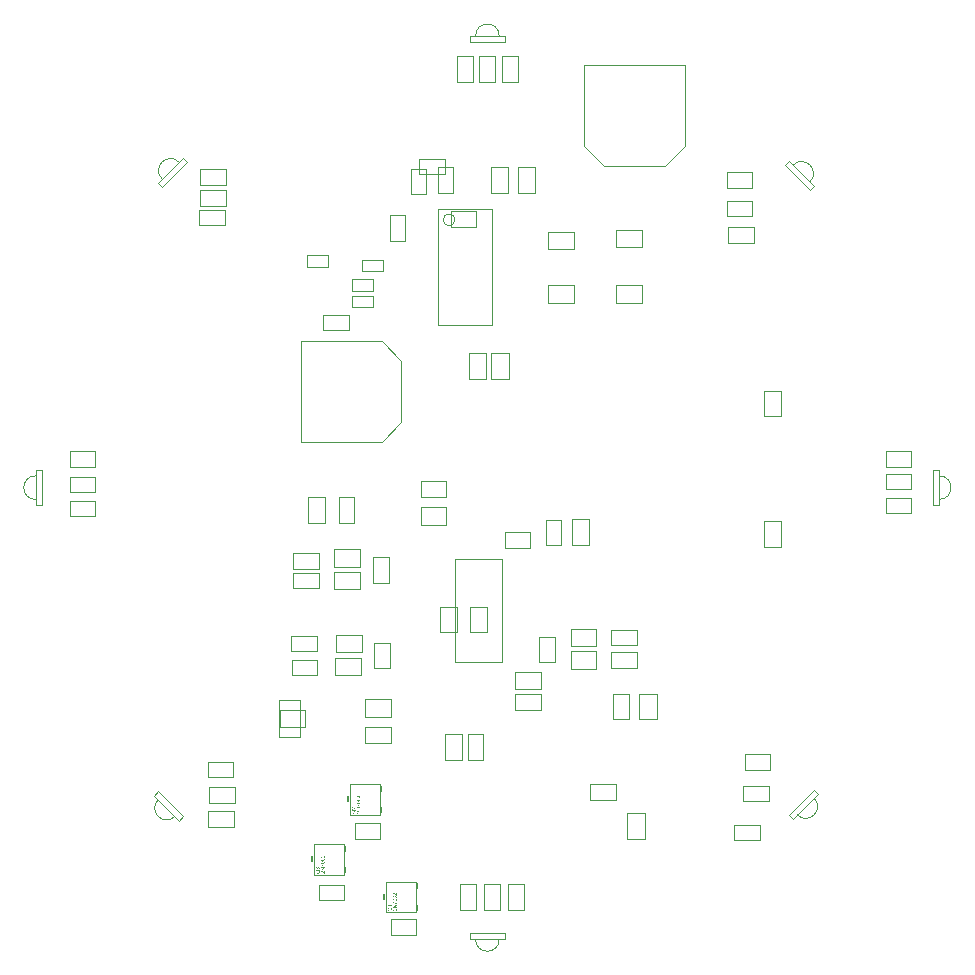
<source format=gbr>
%TF.GenerationSoftware,Altium Limited,Altium Designer,18.1.6 (161)*%
G04 Layer_Color=16711935*
%FSLAX26Y26*%
%MOIN*%
%TF.FileFunction,Other,Mechanical_13*%
%TF.Part,Single*%
G01*
G75*
%TA.AperFunction,NonConductor*%
%ADD75C,0.003937*%
%ADD76R,0.009842X0.023622*%
G36*
X2726417Y2114644D02*
X2726399D01*
X2726326D01*
X2726217D01*
X2726072Y2114662D01*
X2725908Y2114680D01*
X2725726Y2114717D01*
X2725544Y2114753D01*
X2725343Y2114826D01*
X2725325D01*
X2725307Y2114844D01*
X2725198Y2114881D01*
X2725034Y2114954D01*
X2724816Y2115063D01*
X2724561Y2115208D01*
X2724270Y2115390D01*
X2723979Y2115590D01*
X2723669Y2115845D01*
X2723651D01*
X2723633Y2115882D01*
X2723523Y2115973D01*
X2723360Y2116137D01*
X2723123Y2116373D01*
X2722850Y2116646D01*
X2722523Y2116992D01*
X2722159Y2117410D01*
X2721776Y2117865D01*
X2721758Y2117884D01*
X2721704Y2117956D01*
X2721613Y2118066D01*
X2721503Y2118193D01*
X2721358Y2118357D01*
X2721194Y2118557D01*
X2721012Y2118757D01*
X2720812Y2118994D01*
X2720375Y2119449D01*
X2719938Y2119904D01*
X2719720Y2120122D01*
X2719501Y2120323D01*
X2719301Y2120505D01*
X2719101Y2120650D01*
X2719083D01*
X2719064Y2120686D01*
X2719010Y2120723D01*
X2718937Y2120759D01*
X2718737Y2120887D01*
X2718500Y2121032D01*
X2718209Y2121160D01*
X2717900Y2121287D01*
X2717554Y2121360D01*
X2717226Y2121396D01*
X2717208D01*
X2717190D01*
X2717081Y2121378D01*
X2716899Y2121360D01*
X2716698Y2121305D01*
X2716444Y2121233D01*
X2716189Y2121105D01*
X2715934Y2120941D01*
X2715679Y2120723D01*
X2715643Y2120686D01*
X2715570Y2120595D01*
X2715479Y2120468D01*
X2715352Y2120268D01*
X2715242Y2120013D01*
X2715133Y2119722D01*
X2715061Y2119376D01*
X2715042Y2118994D01*
Y2118885D01*
X2715061Y2118812D01*
X2715079Y2118593D01*
X2715133Y2118339D01*
X2715206Y2118066D01*
X2715334Y2117756D01*
X2715497Y2117465D01*
X2715716Y2117192D01*
X2715752Y2117156D01*
X2715843Y2117083D01*
X2715989Y2116974D01*
X2716207Y2116865D01*
X2716462Y2116737D01*
X2716789Y2116628D01*
X2717153Y2116555D01*
X2717572Y2116519D01*
X2717408Y2114935D01*
X2717390D01*
X2717336Y2114954D01*
X2717244D01*
X2717117Y2114972D01*
X2716972Y2115008D01*
X2716808Y2115044D01*
X2716608Y2115099D01*
X2716407Y2115154D01*
X2715970Y2115299D01*
X2715534Y2115518D01*
X2715315Y2115645D01*
X2715097Y2115809D01*
X2714897Y2115973D01*
X2714715Y2116155D01*
X2714697Y2116173D01*
X2714678Y2116209D01*
X2714624Y2116264D01*
X2714569Y2116355D01*
X2714496Y2116464D01*
X2714423Y2116591D01*
X2714332Y2116737D01*
X2714242Y2116919D01*
X2714151Y2117119D01*
X2714059Y2117338D01*
X2713987Y2117574D01*
X2713914Y2117829D01*
X2713859Y2118102D01*
X2713805Y2118393D01*
X2713787Y2118703D01*
X2713768Y2119030D01*
Y2119212D01*
X2713787Y2119340D01*
X2713805Y2119485D01*
X2713823Y2119667D01*
X2713859Y2119867D01*
X2713896Y2120068D01*
X2714023Y2120541D01*
X2714205Y2121014D01*
X2714314Y2121251D01*
X2714442Y2121487D01*
X2714606Y2121706D01*
X2714787Y2121906D01*
X2714806Y2121924D01*
X2714824Y2121961D01*
X2714897Y2121997D01*
X2714970Y2122070D01*
X2715061Y2122161D01*
X2715188Y2122252D01*
X2715315Y2122343D01*
X2715479Y2122452D01*
X2715825Y2122634D01*
X2716262Y2122816D01*
X2716480Y2122889D01*
X2716735Y2122925D01*
X2716990Y2122961D01*
X2717263Y2122980D01*
X2717299D01*
X2717390D01*
X2717536Y2122961D01*
X2717736Y2122943D01*
X2717954Y2122907D01*
X2718209Y2122834D01*
X2718482Y2122761D01*
X2718755Y2122652D01*
X2718791Y2122634D01*
X2718883Y2122597D01*
X2719028Y2122525D01*
X2719228Y2122416D01*
X2719447Y2122270D01*
X2719720Y2122088D01*
X2719993Y2121869D01*
X2720302Y2121615D01*
X2720338Y2121578D01*
X2720448Y2121487D01*
X2720539Y2121396D01*
X2720630Y2121305D01*
X2720739Y2121196D01*
X2720885Y2121050D01*
X2721030Y2120905D01*
X2721194Y2120723D01*
X2721376Y2120541D01*
X2721576Y2120323D01*
X2721776Y2120086D01*
X2722013Y2119831D01*
X2722249Y2119540D01*
X2722504Y2119249D01*
X2722523Y2119231D01*
X2722559Y2119194D01*
X2722613Y2119121D01*
X2722686Y2119030D01*
X2722796Y2118921D01*
X2722905Y2118794D01*
X2723141Y2118503D01*
X2723414Y2118193D01*
X2723687Y2117902D01*
X2723924Y2117647D01*
X2724015Y2117538D01*
X2724106Y2117447D01*
X2724124Y2117429D01*
X2724179Y2117374D01*
X2724251Y2117301D01*
X2724361Y2117210D01*
X2724488Y2117119D01*
X2724615Y2117010D01*
X2724925Y2116792D01*
Y2122998D01*
X2726417D01*
Y2114644D01*
D02*
G37*
G36*
X2720775Y2113279D02*
X2720994D01*
X2721230Y2113261D01*
X2721485Y2113243D01*
X2722068Y2113188D01*
X2722668Y2113097D01*
X2723251Y2112988D01*
X2723523Y2112915D01*
X2723796Y2112824D01*
X2723815D01*
X2723851Y2112806D01*
X2723924Y2112769D01*
X2724015Y2112733D01*
X2724142Y2112697D01*
X2724270Y2112624D01*
X2724579Y2112478D01*
X2724907Y2112296D01*
X2725271Y2112060D01*
X2725598Y2111787D01*
X2725908Y2111459D01*
Y2111441D01*
X2725944Y2111423D01*
X2725981Y2111368D01*
X2726017Y2111295D01*
X2726072Y2111204D01*
X2726144Y2111113D01*
X2726272Y2110840D01*
X2726399Y2110513D01*
X2726526Y2110131D01*
X2726599Y2109675D01*
X2726636Y2109184D01*
Y2109002D01*
X2726617Y2108875D01*
X2726599Y2108729D01*
X2726563Y2108547D01*
X2726526Y2108347D01*
X2726472Y2108128D01*
X2726399Y2107910D01*
X2726326Y2107673D01*
X2726217Y2107437D01*
X2726090Y2107200D01*
X2725944Y2106964D01*
X2725762Y2106727D01*
X2725562Y2106509D01*
X2725343Y2106309D01*
X2725325Y2106290D01*
X2725271Y2106254D01*
X2725180Y2106199D01*
X2725034Y2106108D01*
X2724870Y2106017D01*
X2724652Y2105926D01*
X2724397Y2105799D01*
X2724106Y2105690D01*
X2723778Y2105581D01*
X2723396Y2105471D01*
X2722977Y2105362D01*
X2722504Y2105271D01*
X2721995Y2105180D01*
X2721449Y2105126D01*
X2720848Y2105089D01*
X2720211Y2105071D01*
X2720193D01*
X2720120D01*
X2719993D01*
X2719847D01*
X2719647Y2105089D01*
X2719428D01*
X2719192Y2105107D01*
X2718919Y2105126D01*
X2718355Y2105180D01*
X2717754Y2105271D01*
X2717153Y2105380D01*
X2716881Y2105453D01*
X2716608Y2105526D01*
X2716589D01*
X2716553Y2105544D01*
X2716480Y2105581D01*
X2716389Y2105617D01*
X2716262Y2105653D01*
X2716134Y2105726D01*
X2715825Y2105872D01*
X2715497Y2106054D01*
X2715151Y2106290D01*
X2714806Y2106563D01*
X2714515Y2106891D01*
Y2106909D01*
X2714478Y2106927D01*
X2714442Y2106982D01*
X2714405Y2107055D01*
X2714332Y2107146D01*
X2714278Y2107255D01*
X2714132Y2107528D01*
X2714005Y2107856D01*
X2713878Y2108238D01*
X2713805Y2108693D01*
X2713768Y2109184D01*
Y2109348D01*
X2713787Y2109548D01*
X2713823Y2109785D01*
X2713878Y2110058D01*
X2713950Y2110349D01*
X2714041Y2110658D01*
X2714187Y2110950D01*
Y2110968D01*
X2714205Y2110986D01*
X2714260Y2111077D01*
X2714351Y2111222D01*
X2714478Y2111405D01*
X2714660Y2111605D01*
X2714860Y2111823D01*
X2715097Y2112023D01*
X2715370Y2112224D01*
X2715406Y2112242D01*
X2715497Y2112314D01*
X2715661Y2112387D01*
X2715898Y2112515D01*
X2716171Y2112624D01*
X2716480Y2112769D01*
X2716844Y2112897D01*
X2717244Y2113006D01*
X2717263D01*
X2717299Y2113024D01*
X2717354Y2113043D01*
X2717445Y2113061D01*
X2717554Y2113079D01*
X2717681Y2113097D01*
X2717845Y2113133D01*
X2718027Y2113152D01*
X2718227Y2113188D01*
X2718446Y2113206D01*
X2718700Y2113224D01*
X2718955Y2113261D01*
X2719247Y2113279D01*
X2719538D01*
X2719865Y2113297D01*
X2720211D01*
X2720229D01*
X2720302D01*
X2720430D01*
X2720575D01*
X2720775Y2113279D01*
D02*
G37*
G36*
Y2103488D02*
X2720994D01*
X2721230Y2103469D01*
X2721485Y2103451D01*
X2722068Y2103396D01*
X2722668Y2103305D01*
X2723251Y2103196D01*
X2723523Y2103124D01*
X2723796Y2103032D01*
X2723815D01*
X2723851Y2103014D01*
X2723924Y2102978D01*
X2724015Y2102941D01*
X2724142Y2102905D01*
X2724270Y2102832D01*
X2724579Y2102687D01*
X2724907Y2102505D01*
X2725271Y2102268D01*
X2725598Y2101995D01*
X2725908Y2101668D01*
Y2101649D01*
X2725944Y2101631D01*
X2725981Y2101577D01*
X2726017Y2101504D01*
X2726072Y2101413D01*
X2726144Y2101322D01*
X2726272Y2101049D01*
X2726399Y2100721D01*
X2726526Y2100339D01*
X2726599Y2099884D01*
X2726636Y2099392D01*
Y2099211D01*
X2726617Y2099083D01*
X2726599Y2098938D01*
X2726563Y2098756D01*
X2726526Y2098555D01*
X2726472Y2098337D01*
X2726399Y2098119D01*
X2726326Y2097882D01*
X2726217Y2097645D01*
X2726090Y2097409D01*
X2725944Y2097172D01*
X2725762Y2096936D01*
X2725562Y2096717D01*
X2725343Y2096517D01*
X2725325Y2096499D01*
X2725271Y2096462D01*
X2725180Y2096408D01*
X2725034Y2096317D01*
X2724870Y2096226D01*
X2724652Y2096135D01*
X2724397Y2096007D01*
X2724106Y2095898D01*
X2723778Y2095789D01*
X2723396Y2095680D01*
X2722977Y2095570D01*
X2722504Y2095479D01*
X2721995Y2095389D01*
X2721449Y2095334D01*
X2720848Y2095298D01*
X2720211Y2095279D01*
X2720193D01*
X2720120D01*
X2719993D01*
X2719847D01*
X2719647Y2095298D01*
X2719428D01*
X2719192Y2095316D01*
X2718919Y2095334D01*
X2718355Y2095389D01*
X2717754Y2095479D01*
X2717153Y2095589D01*
X2716881Y2095662D01*
X2716608Y2095734D01*
X2716589D01*
X2716553Y2095753D01*
X2716480Y2095789D01*
X2716389Y2095825D01*
X2716262Y2095862D01*
X2716134Y2095934D01*
X2715825Y2096080D01*
X2715497Y2096262D01*
X2715151Y2096499D01*
X2714806Y2096772D01*
X2714515Y2097099D01*
Y2097117D01*
X2714478Y2097136D01*
X2714442Y2097190D01*
X2714405Y2097263D01*
X2714332Y2097354D01*
X2714278Y2097463D01*
X2714132Y2097736D01*
X2714005Y2098064D01*
X2713878Y2098446D01*
X2713805Y2098901D01*
X2713768Y2099392D01*
Y2099556D01*
X2713787Y2099756D01*
X2713823Y2099993D01*
X2713878Y2100266D01*
X2713950Y2100557D01*
X2714041Y2100867D01*
X2714187Y2101158D01*
Y2101176D01*
X2714205Y2101194D01*
X2714260Y2101285D01*
X2714351Y2101431D01*
X2714478Y2101613D01*
X2714660Y2101813D01*
X2714860Y2102032D01*
X2715097Y2102232D01*
X2715370Y2102432D01*
X2715406Y2102450D01*
X2715497Y2102523D01*
X2715661Y2102596D01*
X2715898Y2102723D01*
X2716171Y2102832D01*
X2716480Y2102978D01*
X2716844Y2103105D01*
X2717244Y2103215D01*
X2717263D01*
X2717299Y2103233D01*
X2717354Y2103251D01*
X2717445Y2103269D01*
X2717554Y2103287D01*
X2717681Y2103305D01*
X2717845Y2103342D01*
X2718027Y2103360D01*
X2718227Y2103396D01*
X2718446Y2103415D01*
X2718700Y2103433D01*
X2718955Y2103469D01*
X2719247Y2103488D01*
X2719538D01*
X2719865Y2103506D01*
X2720211D01*
X2720229D01*
X2720302D01*
X2720430D01*
X2720575D01*
X2720775Y2103488D01*
D02*
G37*
G36*
X2715224Y2093732D02*
X2715261Y2093696D01*
X2715334Y2093623D01*
X2715443Y2093550D01*
X2715570Y2093441D01*
X2715716Y2093296D01*
X2715898Y2093150D01*
X2716116Y2092986D01*
X2716334Y2092822D01*
X2716589Y2092622D01*
X2716881Y2092422D01*
X2717172Y2092222D01*
X2717499Y2092003D01*
X2717845Y2091785D01*
X2718227Y2091566D01*
X2718610Y2091348D01*
X2718628Y2091330D01*
X2718700Y2091294D01*
X2718810Y2091239D01*
X2718974Y2091148D01*
X2719174Y2091057D01*
X2719392Y2090948D01*
X2719647Y2090820D01*
X2719938Y2090693D01*
X2720266Y2090547D01*
X2720593Y2090383D01*
X2720957Y2090238D01*
X2721340Y2090092D01*
X2722122Y2089801D01*
X2722959Y2089528D01*
X2722977D01*
X2723032Y2089510D01*
X2723123Y2089492D01*
X2723232Y2089455D01*
X2723378Y2089419D01*
X2723560Y2089383D01*
X2723760Y2089328D01*
X2723979Y2089291D01*
X2724233Y2089237D01*
X2724506Y2089182D01*
X2725089Y2089091D01*
X2725726Y2089000D01*
X2726417Y2088946D01*
Y2087362D01*
X2726399D01*
X2726345D01*
X2726272D01*
X2726162Y2087381D01*
X2726017D01*
X2725835Y2087399D01*
X2725635Y2087417D01*
X2725416Y2087435D01*
X2725162Y2087472D01*
X2724907Y2087508D01*
X2724597Y2087562D01*
X2724288Y2087617D01*
X2723960Y2087672D01*
X2723596Y2087744D01*
X2722850Y2087927D01*
X2722832D01*
X2722759Y2087945D01*
X2722650Y2087981D01*
X2722486Y2088036D01*
X2722304Y2088090D01*
X2722086Y2088163D01*
X2721831Y2088236D01*
X2721558Y2088345D01*
X2721249Y2088454D01*
X2720939Y2088564D01*
X2720247Y2088836D01*
X2719519Y2089164D01*
X2718791Y2089528D01*
X2718773Y2089546D01*
X2718700Y2089583D01*
X2718610Y2089637D01*
X2718464Y2089710D01*
X2718300Y2089801D01*
X2718100Y2089928D01*
X2717881Y2090056D01*
X2717645Y2090202D01*
X2717117Y2090547D01*
X2716571Y2090911D01*
X2716007Y2091330D01*
X2715479Y2091767D01*
Y2085597D01*
X2713987D01*
Y2093751D01*
X2715206D01*
X2715224Y2093732D01*
D02*
G37*
G36*
X2726417Y2081593D02*
X2716535Y2075005D01*
X2726417D01*
Y2073403D01*
X2713823D01*
Y2075114D01*
X2723724Y2081720D01*
X2713823D01*
Y2083322D01*
X2726417D01*
Y2081593D01*
D02*
G37*
G36*
Y2062774D02*
X2726399D01*
X2726326D01*
X2726217D01*
X2726072Y2062792D01*
X2725908Y2062811D01*
X2725726Y2062847D01*
X2725544Y2062883D01*
X2725343Y2062956D01*
X2725325D01*
X2725307Y2062974D01*
X2725198Y2063011D01*
X2725034Y2063084D01*
X2724816Y2063193D01*
X2724561Y2063338D01*
X2724270Y2063520D01*
X2723979Y2063720D01*
X2723669Y2063975D01*
X2723651D01*
X2723633Y2064012D01*
X2723523Y2064103D01*
X2723360Y2064267D01*
X2723123Y2064503D01*
X2722850Y2064776D01*
X2722523Y2065122D01*
X2722159Y2065541D01*
X2721776Y2065995D01*
X2721758Y2066014D01*
X2721704Y2066086D01*
X2721613Y2066196D01*
X2721503Y2066323D01*
X2721358Y2066487D01*
X2721194Y2066687D01*
X2721012Y2066887D01*
X2720812Y2067124D01*
X2720375Y2067579D01*
X2719938Y2068034D01*
X2719720Y2068252D01*
X2719501Y2068452D01*
X2719301Y2068635D01*
X2719101Y2068780D01*
X2719083D01*
X2719064Y2068816D01*
X2719010Y2068853D01*
X2718937Y2068889D01*
X2718737Y2069017D01*
X2718500Y2069162D01*
X2718209Y2069290D01*
X2717900Y2069417D01*
X2717554Y2069490D01*
X2717226Y2069526D01*
X2717208D01*
X2717190D01*
X2717081Y2069508D01*
X2716899Y2069490D01*
X2716698Y2069435D01*
X2716444Y2069363D01*
X2716189Y2069235D01*
X2715934Y2069071D01*
X2715679Y2068853D01*
X2715643Y2068816D01*
X2715570Y2068726D01*
X2715479Y2068598D01*
X2715352Y2068398D01*
X2715242Y2068143D01*
X2715133Y2067852D01*
X2715061Y2067506D01*
X2715042Y2067124D01*
Y2067015D01*
X2715061Y2066942D01*
X2715079Y2066724D01*
X2715133Y2066469D01*
X2715206Y2066196D01*
X2715334Y2065886D01*
X2715497Y2065595D01*
X2715716Y2065322D01*
X2715752Y2065286D01*
X2715843Y2065213D01*
X2715989Y2065104D01*
X2716207Y2064994D01*
X2716462Y2064867D01*
X2716789Y2064758D01*
X2717153Y2064685D01*
X2717572Y2064649D01*
X2717408Y2063065D01*
X2717390D01*
X2717336Y2063084D01*
X2717244D01*
X2717117Y2063102D01*
X2716972Y2063138D01*
X2716808Y2063175D01*
X2716608Y2063229D01*
X2716407Y2063284D01*
X2715970Y2063429D01*
X2715534Y2063648D01*
X2715315Y2063775D01*
X2715097Y2063939D01*
X2714897Y2064103D01*
X2714715Y2064285D01*
X2714697Y2064303D01*
X2714678Y2064339D01*
X2714624Y2064394D01*
X2714569Y2064485D01*
X2714496Y2064594D01*
X2714423Y2064722D01*
X2714332Y2064867D01*
X2714242Y2065049D01*
X2714151Y2065249D01*
X2714059Y2065468D01*
X2713987Y2065704D01*
X2713914Y2065959D01*
X2713859Y2066232D01*
X2713805Y2066523D01*
X2713787Y2066833D01*
X2713768Y2067160D01*
Y2067342D01*
X2713787Y2067470D01*
X2713805Y2067615D01*
X2713823Y2067797D01*
X2713859Y2067997D01*
X2713896Y2068198D01*
X2714023Y2068671D01*
X2714205Y2069144D01*
X2714314Y2069381D01*
X2714442Y2069617D01*
X2714606Y2069836D01*
X2714787Y2070036D01*
X2714806Y2070054D01*
X2714824Y2070090D01*
X2714897Y2070127D01*
X2714970Y2070200D01*
X2715061Y2070291D01*
X2715188Y2070382D01*
X2715315Y2070473D01*
X2715479Y2070582D01*
X2715825Y2070764D01*
X2716262Y2070946D01*
X2716480Y2071019D01*
X2716735Y2071055D01*
X2716990Y2071091D01*
X2717263Y2071110D01*
X2717299D01*
X2717390D01*
X2717536Y2071091D01*
X2717736Y2071073D01*
X2717954Y2071037D01*
X2718209Y2070964D01*
X2718482Y2070891D01*
X2718755Y2070782D01*
X2718791Y2070764D01*
X2718883Y2070727D01*
X2719028Y2070655D01*
X2719228Y2070546D01*
X2719447Y2070400D01*
X2719720Y2070218D01*
X2719993Y2069999D01*
X2720302Y2069745D01*
X2720338Y2069708D01*
X2720448Y2069617D01*
X2720539Y2069526D01*
X2720630Y2069435D01*
X2720739Y2069326D01*
X2720885Y2069180D01*
X2721030Y2069035D01*
X2721194Y2068853D01*
X2721376Y2068671D01*
X2721576Y2068452D01*
X2721776Y2068216D01*
X2722013Y2067961D01*
X2722249Y2067670D01*
X2722504Y2067379D01*
X2722523Y2067360D01*
X2722559Y2067324D01*
X2722613Y2067251D01*
X2722686Y2067160D01*
X2722796Y2067051D01*
X2722905Y2066924D01*
X2723141Y2066633D01*
X2723414Y2066323D01*
X2723687Y2066032D01*
X2723924Y2065777D01*
X2724015Y2065668D01*
X2724106Y2065577D01*
X2724124Y2065559D01*
X2724179Y2065504D01*
X2724251Y2065431D01*
X2724361Y2065340D01*
X2724488Y2065249D01*
X2724615Y2065140D01*
X2724925Y2064922D01*
Y2071128D01*
X2726417D01*
Y2062774D01*
D02*
G37*
G36*
X2709685Y2076188D02*
X2709667D01*
X2709594D01*
X2709485D01*
X2709339Y2076206D01*
X2709175Y2076224D01*
X2708993Y2076260D01*
X2708811Y2076297D01*
X2708611Y2076369D01*
X2708593D01*
X2708575Y2076388D01*
X2708466Y2076424D01*
X2708302Y2076497D01*
X2708083Y2076606D01*
X2707829Y2076752D01*
X2707537Y2076934D01*
X2707246Y2077134D01*
X2706937Y2077389D01*
X2706919D01*
X2706900Y2077425D01*
X2706791Y2077516D01*
X2706627Y2077680D01*
X2706391Y2077916D01*
X2706118Y2078189D01*
X2705790Y2078535D01*
X2705426Y2078954D01*
X2705044Y2079409D01*
X2705026Y2079427D01*
X2704971Y2079500D01*
X2704880Y2079609D01*
X2704771Y2079736D01*
X2704625Y2079900D01*
X2704462Y2080101D01*
X2704280Y2080301D01*
X2704079Y2080537D01*
X2703643Y2080992D01*
X2703206Y2081447D01*
X2702987Y2081666D01*
X2702769Y2081866D01*
X2702569Y2082048D01*
X2702369Y2082193D01*
X2702350D01*
X2702332Y2082230D01*
X2702278Y2082266D01*
X2702205Y2082303D01*
X2702005Y2082430D01*
X2701768Y2082576D01*
X2701477Y2082703D01*
X2701167Y2082831D01*
X2700822Y2082903D01*
X2700494Y2082940D01*
X2700476D01*
X2700458D01*
X2700348Y2082921D01*
X2700166Y2082903D01*
X2699966Y2082849D01*
X2699711Y2082776D01*
X2699457Y2082648D01*
X2699202Y2082485D01*
X2698947Y2082266D01*
X2698911Y2082230D01*
X2698838Y2082139D01*
X2698747Y2082012D01*
X2698619Y2081811D01*
X2698510Y2081557D01*
X2698401Y2081265D01*
X2698328Y2080919D01*
X2698310Y2080537D01*
Y2080428D01*
X2698328Y2080355D01*
X2698346Y2080137D01*
X2698401Y2079882D01*
X2698474Y2079609D01*
X2698601Y2079300D01*
X2698765Y2079008D01*
X2698983Y2078735D01*
X2699020Y2078699D01*
X2699111Y2078626D01*
X2699256Y2078517D01*
X2699475Y2078408D01*
X2699730Y2078280D01*
X2700057Y2078171D01*
X2700421Y2078099D01*
X2700840Y2078062D01*
X2700676Y2076479D01*
X2700658D01*
X2700603Y2076497D01*
X2700512D01*
X2700385Y2076515D01*
X2700239Y2076552D01*
X2700075Y2076588D01*
X2699875Y2076642D01*
X2699675Y2076697D01*
X2699238Y2076843D01*
X2698801Y2077061D01*
X2698583Y2077189D01*
X2698365Y2077352D01*
X2698164Y2077516D01*
X2697982Y2077698D01*
X2697964Y2077716D01*
X2697946Y2077753D01*
X2697891Y2077807D01*
X2697837Y2077898D01*
X2697764Y2078008D01*
X2697691Y2078135D01*
X2697600Y2078280D01*
X2697509Y2078463D01*
X2697418Y2078663D01*
X2697327Y2078881D01*
X2697254Y2079118D01*
X2697182Y2079372D01*
X2697127Y2079646D01*
X2697072Y2079937D01*
X2697054Y2080246D01*
X2697036Y2080574D01*
Y2080756D01*
X2697054Y2080883D01*
X2697072Y2081029D01*
X2697091Y2081211D01*
X2697127Y2081411D01*
X2697163Y2081611D01*
X2697291Y2082084D01*
X2697473Y2082557D01*
X2697582Y2082794D01*
X2697709Y2083031D01*
X2697873Y2083249D01*
X2698055Y2083449D01*
X2698073Y2083468D01*
X2698092Y2083504D01*
X2698164Y2083540D01*
X2698237Y2083613D01*
X2698328Y2083704D01*
X2698456Y2083795D01*
X2698583Y2083886D01*
X2698747Y2083995D01*
X2699093Y2084177D01*
X2699529Y2084359D01*
X2699748Y2084432D01*
X2700003Y2084468D01*
X2700257Y2084505D01*
X2700530Y2084523D01*
X2700567D01*
X2700658D01*
X2700803Y2084505D01*
X2701004Y2084487D01*
X2701222Y2084450D01*
X2701477Y2084378D01*
X2701750Y2084305D01*
X2702023Y2084195D01*
X2702059Y2084177D01*
X2702150Y2084141D01*
X2702296Y2084068D01*
X2702496Y2083959D01*
X2702714Y2083813D01*
X2702987Y2083631D01*
X2703260Y2083413D01*
X2703570Y2083158D01*
X2703606Y2083122D01*
X2703715Y2083031D01*
X2703806Y2082940D01*
X2703897Y2082849D01*
X2704007Y2082740D01*
X2704152Y2082594D01*
X2704298Y2082448D01*
X2704462Y2082266D01*
X2704644Y2082084D01*
X2704844Y2081866D01*
X2705044Y2081629D01*
X2705281Y2081374D01*
X2705517Y2081083D01*
X2705772Y2080792D01*
X2705790Y2080774D01*
X2705827Y2080738D01*
X2705881Y2080665D01*
X2705954Y2080574D01*
X2706063Y2080465D01*
X2706172Y2080337D01*
X2706409Y2080046D01*
X2706682Y2079736D01*
X2706955Y2079445D01*
X2707192Y2079191D01*
X2707283Y2079081D01*
X2707374Y2078990D01*
X2707392Y2078972D01*
X2707446Y2078918D01*
X2707519Y2078845D01*
X2707628Y2078754D01*
X2707756Y2078663D01*
X2707883Y2078553D01*
X2708193Y2078335D01*
Y2084541D01*
X2709685D01*
Y2076188D01*
D02*
G37*
G36*
X2710668Y2074550D02*
Y2074531D01*
X2710650Y2074495D01*
X2710613Y2074422D01*
X2710577Y2074313D01*
X2710522Y2074186D01*
X2710449Y2074040D01*
X2710377Y2073876D01*
X2710286Y2073694D01*
X2710067Y2073294D01*
X2709812Y2072839D01*
X2709485Y2072347D01*
X2709121Y2071838D01*
Y2071820D01*
X2709157Y2071783D01*
X2709194Y2071692D01*
X2709248Y2071601D01*
X2709303Y2071456D01*
X2709376Y2071310D01*
X2709430Y2071128D01*
X2709503Y2070928D01*
X2709576Y2070709D01*
X2709649Y2070473D01*
X2709776Y2069945D01*
X2709867Y2069363D01*
X2709885Y2069053D01*
X2709903Y2068744D01*
Y2068580D01*
X2709885Y2068452D01*
Y2068307D01*
X2709867Y2068125D01*
X2709831Y2067925D01*
X2709794Y2067706D01*
X2709703Y2067233D01*
X2709558Y2066705D01*
X2709357Y2066159D01*
X2709230Y2065905D01*
X2709084Y2065631D01*
X2709066Y2065613D01*
X2709048Y2065577D01*
X2708993Y2065504D01*
X2708939Y2065413D01*
X2708848Y2065286D01*
X2708739Y2065158D01*
X2708484Y2064849D01*
X2708156Y2064503D01*
X2707756Y2064157D01*
X2707301Y2063811D01*
X2706773Y2063502D01*
X2706755D01*
X2706700Y2063466D01*
X2706627Y2063429D01*
X2706518Y2063393D01*
X2706373Y2063338D01*
X2706209Y2063265D01*
X2706009Y2063193D01*
X2705790Y2063138D01*
X2705554Y2063065D01*
X2705299Y2062992D01*
X2705026Y2062938D01*
X2704716Y2062865D01*
X2704079Y2062792D01*
X2703406Y2062756D01*
X2703388D01*
X2703315D01*
X2703224D01*
X2703097Y2062774D01*
X2702933D01*
X2702733Y2062792D01*
X2702514Y2062811D01*
X2702278Y2062847D01*
X2701750Y2062938D01*
X2701186Y2063065D01*
X2700585Y2063247D01*
X2700003Y2063502D01*
X2699984Y2063520D01*
X2699930Y2063539D01*
X2699857Y2063575D01*
X2699748Y2063648D01*
X2699620Y2063720D01*
X2699475Y2063811D01*
X2699129Y2064066D01*
X2698765Y2064358D01*
X2698383Y2064740D01*
X2698001Y2065158D01*
X2697673Y2065650D01*
X2697655Y2065668D01*
X2697637Y2065722D01*
X2697600Y2065795D01*
X2697546Y2065905D01*
X2697491Y2066032D01*
X2697418Y2066177D01*
X2697345Y2066360D01*
X2697273Y2066560D01*
X2697200Y2066796D01*
X2697127Y2067033D01*
X2697000Y2067561D01*
X2696909Y2068143D01*
X2696872Y2068452D01*
Y2068944D01*
X2696890Y2069071D01*
Y2069235D01*
X2696909Y2069399D01*
X2696945Y2069617D01*
X2696981Y2069836D01*
X2697072Y2070309D01*
X2697218Y2070855D01*
X2697436Y2071383D01*
X2697564Y2071656D01*
X2697709Y2071929D01*
X2697728Y2071947D01*
X2697746Y2071983D01*
X2697800Y2072056D01*
X2697855Y2072165D01*
X2697946Y2072274D01*
X2698055Y2072420D01*
X2698310Y2072729D01*
X2698638Y2073057D01*
X2699038Y2073421D01*
X2699511Y2073767D01*
X2700039Y2074058D01*
X2700057D01*
X2700112Y2074095D01*
X2700185Y2074131D01*
X2700294Y2074167D01*
X2700439Y2074240D01*
X2700603Y2074295D01*
X2700803Y2074367D01*
X2701022Y2074440D01*
X2701258Y2074495D01*
X2701513Y2074568D01*
X2701786Y2074640D01*
X2702077Y2074695D01*
X2702714Y2074768D01*
X2703388Y2074804D01*
X2703406D01*
X2703461D01*
X2703533D01*
X2703643D01*
X2703788Y2074786D01*
X2703952D01*
X2704134Y2074768D01*
X2704316Y2074750D01*
X2704753Y2074695D01*
X2705226Y2074604D01*
X2705717Y2074495D01*
X2706191Y2074331D01*
X2706209D01*
X2706245Y2074313D01*
X2706318Y2074276D01*
X2706391Y2074240D01*
X2706500Y2074186D01*
X2706627Y2074131D01*
X2706919Y2073985D01*
X2707264Y2073785D01*
X2707628Y2073530D01*
X2707992Y2073239D01*
X2708356Y2072912D01*
Y2072930D01*
X2708393Y2072966D01*
X2708429Y2073021D01*
X2708484Y2073112D01*
X2708557Y2073203D01*
X2708629Y2073330D01*
X2708793Y2073603D01*
X2708993Y2073931D01*
X2709194Y2074295D01*
X2709357Y2074677D01*
X2709521Y2075041D01*
X2710668Y2074550D01*
D02*
G37*
G36*
X2607205Y1914644D02*
X2607186D01*
X2607114D01*
X2607005D01*
X2606859Y1914662D01*
X2606695Y1914680D01*
X2606513Y1914717D01*
X2606331Y1914753D01*
X2606131Y1914826D01*
X2606113D01*
X2606095Y1914844D01*
X2605985Y1914881D01*
X2605822Y1914954D01*
X2605603Y1915063D01*
X2605348Y1915208D01*
X2605057Y1915390D01*
X2604766Y1915591D01*
X2604456Y1915845D01*
X2604438D01*
X2604420Y1915882D01*
X2604311Y1915973D01*
X2604147Y1916137D01*
X2603910Y1916373D01*
X2603637Y1916646D01*
X2603310Y1916992D01*
X2602946Y1917410D01*
X2602564Y1917866D01*
X2602546Y1917884D01*
X2602491Y1917957D01*
X2602400Y1918066D01*
X2602291Y1918193D01*
X2602145Y1918357D01*
X2601981Y1918557D01*
X2601799Y1918757D01*
X2601599Y1918994D01*
X2601162Y1919449D01*
X2600726Y1919904D01*
X2600507Y1920122D01*
X2600289Y1920322D01*
X2600088Y1920505D01*
X2599888Y1920650D01*
X2599870D01*
X2599852Y1920687D01*
X2599797Y1920723D01*
X2599724Y1920759D01*
X2599524Y1920887D01*
X2599288Y1921032D01*
X2598997Y1921160D01*
X2598687Y1921287D01*
X2598341Y1921360D01*
X2598014Y1921396D01*
X2597995D01*
X2597977D01*
X2597868Y1921378D01*
X2597686Y1921360D01*
X2597486Y1921305D01*
X2597231Y1921233D01*
X2596976Y1921105D01*
X2596722Y1920941D01*
X2596467Y1920723D01*
X2596430Y1920687D01*
X2596358Y1920595D01*
X2596267Y1920468D01*
X2596139Y1920268D01*
X2596030Y1920013D01*
X2595921Y1919722D01*
X2595848Y1919376D01*
X2595830Y1918994D01*
Y1918885D01*
X2595848Y1918812D01*
X2595866Y1918593D01*
X2595921Y1918339D01*
X2595994Y1918066D01*
X2596121Y1917756D01*
X2596285Y1917465D01*
X2596503Y1917192D01*
X2596539Y1917156D01*
X2596631Y1917083D01*
X2596776Y1916974D01*
X2596994Y1916864D01*
X2597249Y1916737D01*
X2597577Y1916628D01*
X2597941Y1916555D01*
X2598360Y1916519D01*
X2598196Y1914935D01*
X2598177D01*
X2598123Y1914954D01*
X2598032D01*
X2597905Y1914972D01*
X2597759Y1915008D01*
X2597595Y1915044D01*
X2597395Y1915099D01*
X2597195Y1915154D01*
X2596758Y1915299D01*
X2596321Y1915518D01*
X2596103Y1915645D01*
X2595884Y1915809D01*
X2595684Y1915973D01*
X2595502Y1916155D01*
X2595484Y1916173D01*
X2595466Y1916209D01*
X2595411Y1916264D01*
X2595356Y1916355D01*
X2595284Y1916464D01*
X2595211Y1916591D01*
X2595120Y1916737D01*
X2595029Y1916919D01*
X2594938Y1917119D01*
X2594847Y1917338D01*
X2594774Y1917574D01*
X2594701Y1917829D01*
X2594647Y1918102D01*
X2594592Y1918393D01*
X2594574Y1918703D01*
X2594556Y1919030D01*
Y1919212D01*
X2594574Y1919340D01*
X2594592Y1919485D01*
X2594610Y1919667D01*
X2594647Y1919868D01*
X2594683Y1920068D01*
X2594811Y1920541D01*
X2594992Y1921014D01*
X2595102Y1921251D01*
X2595229Y1921487D01*
X2595393Y1921706D01*
X2595575Y1921906D01*
X2595593Y1921924D01*
X2595611Y1921960D01*
X2595684Y1921997D01*
X2595757Y1922070D01*
X2595848Y1922161D01*
X2595975Y1922252D01*
X2596103Y1922343D01*
X2596267Y1922452D01*
X2596612Y1922634D01*
X2597049Y1922816D01*
X2597267Y1922889D01*
X2597522Y1922925D01*
X2597777Y1922961D01*
X2598050Y1922980D01*
X2598086D01*
X2598177D01*
X2598323Y1922961D01*
X2598523Y1922943D01*
X2598742Y1922907D01*
X2598997Y1922834D01*
X2599269Y1922761D01*
X2599543Y1922652D01*
X2599579Y1922634D01*
X2599670Y1922598D01*
X2599816Y1922525D01*
X2600016Y1922416D01*
X2600234Y1922270D01*
X2600507Y1922088D01*
X2600780Y1921870D01*
X2601090Y1921615D01*
X2601126Y1921578D01*
X2601235Y1921487D01*
X2601326Y1921396D01*
X2601417Y1921305D01*
X2601526Y1921196D01*
X2601672Y1921051D01*
X2601818Y1920905D01*
X2601981Y1920723D01*
X2602163Y1920541D01*
X2602363Y1920322D01*
X2602564Y1920086D01*
X2602800Y1919831D01*
X2603037Y1919540D01*
X2603292Y1919249D01*
X2603310Y1919230D01*
X2603346Y1919194D01*
X2603401Y1919121D01*
X2603474Y1919030D01*
X2603583Y1918921D01*
X2603692Y1918794D01*
X2603929Y1918503D01*
X2604202Y1918193D01*
X2604475Y1917902D01*
X2604711Y1917647D01*
X2604802Y1917538D01*
X2604893Y1917447D01*
X2604912Y1917429D01*
X2604966Y1917374D01*
X2605039Y1917301D01*
X2605148Y1917210D01*
X2605276Y1917119D01*
X2605403Y1917010D01*
X2605712Y1916792D01*
Y1922998D01*
X2607205D01*
Y1914644D01*
D02*
G37*
G36*
X2601563Y1913279D02*
X2601781D01*
X2602018Y1913261D01*
X2602273Y1913243D01*
X2602855Y1913188D01*
X2603456Y1913097D01*
X2604038Y1912988D01*
X2604311Y1912915D01*
X2604584Y1912824D01*
X2604602D01*
X2604639Y1912806D01*
X2604711Y1912770D01*
X2604802Y1912733D01*
X2604930Y1912697D01*
X2605057Y1912624D01*
X2605367Y1912478D01*
X2605694Y1912296D01*
X2606058Y1912060D01*
X2606386Y1911787D01*
X2606695Y1911459D01*
Y1911441D01*
X2606731Y1911423D01*
X2606768Y1911368D01*
X2606804Y1911295D01*
X2606859Y1911204D01*
X2606932Y1911113D01*
X2607059Y1910840D01*
X2607186Y1910513D01*
X2607314Y1910130D01*
X2607387Y1909676D01*
X2607423Y1909184D01*
Y1909002D01*
X2607405Y1908875D01*
X2607387Y1908729D01*
X2607350Y1908547D01*
X2607314Y1908347D01*
X2607259Y1908129D01*
X2607186Y1907910D01*
X2607114Y1907674D01*
X2607005Y1907437D01*
X2606877Y1907200D01*
X2606731Y1906964D01*
X2606550Y1906727D01*
X2606349Y1906509D01*
X2606131Y1906309D01*
X2606113Y1906290D01*
X2606058Y1906254D01*
X2605967Y1906199D01*
X2605822Y1906108D01*
X2605658Y1906017D01*
X2605439Y1905926D01*
X2605184Y1905799D01*
X2604893Y1905690D01*
X2604566Y1905581D01*
X2604184Y1905471D01*
X2603765Y1905362D01*
X2603292Y1905271D01*
X2602782Y1905180D01*
X2602236Y1905126D01*
X2601635Y1905089D01*
X2600999Y1905071D01*
X2600980D01*
X2600907D01*
X2600780D01*
X2600635D01*
X2600434Y1905089D01*
X2600216D01*
X2599979Y1905107D01*
X2599706Y1905126D01*
X2599142Y1905180D01*
X2598541Y1905271D01*
X2597941Y1905380D01*
X2597668Y1905453D01*
X2597395Y1905526D01*
X2597377D01*
X2597340Y1905544D01*
X2597267Y1905581D01*
X2597177Y1905617D01*
X2597049Y1905653D01*
X2596922Y1905726D01*
X2596612Y1905872D01*
X2596285Y1906054D01*
X2595939Y1906290D01*
X2595593Y1906563D01*
X2595302Y1906891D01*
Y1906909D01*
X2595265Y1906927D01*
X2595229Y1906982D01*
X2595193Y1907055D01*
X2595120Y1907146D01*
X2595065Y1907255D01*
X2594920Y1907528D01*
X2594792Y1907855D01*
X2594665Y1908238D01*
X2594592Y1908693D01*
X2594556Y1909184D01*
Y1909348D01*
X2594574Y1909548D01*
X2594610Y1909785D01*
X2594665Y1910058D01*
X2594738Y1910349D01*
X2594829Y1910658D01*
X2594974Y1910949D01*
Y1910968D01*
X2594992Y1910986D01*
X2595047Y1911077D01*
X2595138Y1911223D01*
X2595265Y1911405D01*
X2595448Y1911605D01*
X2595648Y1911823D01*
X2595884Y1912023D01*
X2596157Y1912224D01*
X2596194Y1912242D01*
X2596285Y1912314D01*
X2596448Y1912387D01*
X2596685Y1912515D01*
X2596958Y1912624D01*
X2597267Y1912770D01*
X2597631Y1912897D01*
X2598032Y1913006D01*
X2598050D01*
X2598086Y1913024D01*
X2598141Y1913043D01*
X2598232Y1913061D01*
X2598341Y1913079D01*
X2598469Y1913097D01*
X2598633Y1913133D01*
X2598814Y1913152D01*
X2599015Y1913188D01*
X2599233Y1913206D01*
X2599488Y1913225D01*
X2599743Y1913261D01*
X2600034Y1913279D01*
X2600325D01*
X2600653Y1913297D01*
X2600999D01*
X2601017D01*
X2601090D01*
X2601217D01*
X2601363D01*
X2601563Y1913279D01*
D02*
G37*
G36*
Y1903487D02*
X2601781D01*
X2602018Y1903469D01*
X2602273Y1903451D01*
X2602855Y1903397D01*
X2603456Y1903305D01*
X2604038Y1903196D01*
X2604311Y1903123D01*
X2604584Y1903033D01*
X2604602D01*
X2604639Y1903014D01*
X2604711Y1902978D01*
X2604802Y1902941D01*
X2604930Y1902905D01*
X2605057Y1902832D01*
X2605367Y1902687D01*
X2605694Y1902505D01*
X2606058Y1902268D01*
X2606386Y1901995D01*
X2606695Y1901668D01*
Y1901649D01*
X2606731Y1901631D01*
X2606768Y1901576D01*
X2606804Y1901504D01*
X2606859Y1901413D01*
X2606932Y1901322D01*
X2607059Y1901049D01*
X2607186Y1900721D01*
X2607314Y1900339D01*
X2607387Y1899884D01*
X2607423Y1899392D01*
Y1899210D01*
X2607405Y1899083D01*
X2607387Y1898938D01*
X2607350Y1898755D01*
X2607314Y1898555D01*
X2607259Y1898337D01*
X2607186Y1898119D01*
X2607114Y1897882D01*
X2607005Y1897645D01*
X2606877Y1897409D01*
X2606731Y1897172D01*
X2606550Y1896936D01*
X2606349Y1896717D01*
X2606131Y1896517D01*
X2606113Y1896499D01*
X2606058Y1896462D01*
X2605967Y1896408D01*
X2605822Y1896317D01*
X2605658Y1896226D01*
X2605439Y1896135D01*
X2605184Y1896007D01*
X2604893Y1895898D01*
X2604566Y1895789D01*
X2604184Y1895680D01*
X2603765Y1895571D01*
X2603292Y1895479D01*
X2602782Y1895389D01*
X2602236Y1895334D01*
X2601635Y1895297D01*
X2600999Y1895279D01*
X2600980D01*
X2600907D01*
X2600780D01*
X2600635D01*
X2600434Y1895297D01*
X2600216D01*
X2599979Y1895316D01*
X2599706Y1895334D01*
X2599142Y1895389D01*
X2598541Y1895479D01*
X2597941Y1895589D01*
X2597668Y1895661D01*
X2597395Y1895734D01*
X2597377D01*
X2597340Y1895753D01*
X2597267Y1895789D01*
X2597177Y1895825D01*
X2597049Y1895862D01*
X2596922Y1895935D01*
X2596612Y1896080D01*
X2596285Y1896262D01*
X2595939Y1896499D01*
X2595593Y1896772D01*
X2595302Y1897099D01*
Y1897118D01*
X2595265Y1897136D01*
X2595229Y1897190D01*
X2595193Y1897263D01*
X2595120Y1897354D01*
X2595065Y1897463D01*
X2594920Y1897736D01*
X2594792Y1898064D01*
X2594665Y1898446D01*
X2594592Y1898901D01*
X2594556Y1899392D01*
Y1899556D01*
X2594574Y1899756D01*
X2594610Y1899993D01*
X2594665Y1900266D01*
X2594738Y1900557D01*
X2594829Y1900867D01*
X2594974Y1901158D01*
Y1901176D01*
X2594992Y1901194D01*
X2595047Y1901285D01*
X2595138Y1901431D01*
X2595265Y1901613D01*
X2595448Y1901813D01*
X2595648Y1902032D01*
X2595884Y1902232D01*
X2596157Y1902432D01*
X2596194Y1902450D01*
X2596285Y1902523D01*
X2596448Y1902596D01*
X2596685Y1902723D01*
X2596958Y1902832D01*
X2597267Y1902978D01*
X2597631Y1903105D01*
X2598032Y1903215D01*
X2598050D01*
X2598086Y1903233D01*
X2598141Y1903251D01*
X2598232Y1903269D01*
X2598341Y1903287D01*
X2598469Y1903305D01*
X2598633Y1903342D01*
X2598814Y1903360D01*
X2599015Y1903397D01*
X2599233Y1903415D01*
X2599488Y1903433D01*
X2599743Y1903469D01*
X2600034Y1903487D01*
X2600325D01*
X2600653Y1903506D01*
X2600999D01*
X2601017D01*
X2601090D01*
X2601217D01*
X2601363D01*
X2601563Y1903487D01*
D02*
G37*
G36*
X2596012Y1893732D02*
X2596048Y1893696D01*
X2596121Y1893623D01*
X2596230Y1893550D01*
X2596358Y1893441D01*
X2596503Y1893295D01*
X2596685Y1893150D01*
X2596903Y1892986D01*
X2597122Y1892822D01*
X2597377Y1892622D01*
X2597668Y1892422D01*
X2597959Y1892222D01*
X2598287Y1892003D01*
X2598633Y1891785D01*
X2599015Y1891566D01*
X2599397Y1891348D01*
X2599415Y1891330D01*
X2599488Y1891293D01*
X2599597Y1891239D01*
X2599761Y1891148D01*
X2599961Y1891057D01*
X2600180Y1890948D01*
X2600434Y1890820D01*
X2600726Y1890693D01*
X2601053Y1890547D01*
X2601381Y1890383D01*
X2601745Y1890238D01*
X2602127Y1890092D01*
X2602910Y1889801D01*
X2603747Y1889528D01*
X2603765D01*
X2603820Y1889510D01*
X2603910Y1889492D01*
X2604020Y1889455D01*
X2604165Y1889419D01*
X2604347Y1889382D01*
X2604548Y1889328D01*
X2604766Y1889292D01*
X2605021Y1889237D01*
X2605294Y1889182D01*
X2605876Y1889091D01*
X2606513Y1889000D01*
X2607205Y1888946D01*
Y1887362D01*
X2607186D01*
X2607132D01*
X2607059D01*
X2606950Y1887380D01*
X2606804D01*
X2606622Y1887399D01*
X2606422Y1887417D01*
X2606204Y1887435D01*
X2605949Y1887472D01*
X2605694Y1887508D01*
X2605385Y1887562D01*
X2605075Y1887617D01*
X2604748Y1887672D01*
X2604384Y1887745D01*
X2603637Y1887927D01*
X2603619D01*
X2603546Y1887945D01*
X2603437Y1887981D01*
X2603273Y1888036D01*
X2603091Y1888090D01*
X2602873Y1888163D01*
X2602618Y1888236D01*
X2602345Y1888345D01*
X2602036Y1888454D01*
X2601727Y1888563D01*
X2601035Y1888836D01*
X2600307Y1889164D01*
X2599579Y1889528D01*
X2599561Y1889546D01*
X2599488Y1889583D01*
X2599397Y1889637D01*
X2599251Y1889710D01*
X2599088Y1889801D01*
X2598887Y1889928D01*
X2598669Y1890056D01*
X2598432Y1890201D01*
X2597905Y1890547D01*
X2597358Y1890911D01*
X2596794Y1891330D01*
X2596267Y1891767D01*
Y1885597D01*
X2594774D01*
Y1893751D01*
X2595994D01*
X2596012Y1893732D01*
D02*
G37*
G36*
X2607205Y1881593D02*
X2597322Y1875005D01*
X2607205D01*
Y1873403D01*
X2594610D01*
Y1875114D01*
X2604511Y1881720D01*
X2594610D01*
Y1883322D01*
X2607205D01*
Y1881593D01*
D02*
G37*
G36*
Y1862774D02*
X2607186D01*
X2607114D01*
X2607005D01*
X2606859Y1862792D01*
X2606695Y1862811D01*
X2606513Y1862847D01*
X2606331Y1862883D01*
X2606131Y1862956D01*
X2606113D01*
X2606095Y1862974D01*
X2605985Y1863011D01*
X2605822Y1863083D01*
X2605603Y1863193D01*
X2605348Y1863338D01*
X2605057Y1863520D01*
X2604766Y1863720D01*
X2604456Y1863975D01*
X2604438D01*
X2604420Y1864012D01*
X2604311Y1864103D01*
X2604147Y1864266D01*
X2603910Y1864503D01*
X2603637Y1864776D01*
X2603310Y1865122D01*
X2602946Y1865541D01*
X2602564Y1865995D01*
X2602546Y1866014D01*
X2602491Y1866086D01*
X2602400Y1866196D01*
X2602291Y1866323D01*
X2602145Y1866487D01*
X2601981Y1866687D01*
X2601799Y1866887D01*
X2601599Y1867124D01*
X2601162Y1867579D01*
X2600726Y1868034D01*
X2600507Y1868252D01*
X2600289Y1868453D01*
X2600088Y1868634D01*
X2599888Y1868780D01*
X2599870D01*
X2599852Y1868816D01*
X2599797Y1868853D01*
X2599724Y1868889D01*
X2599524Y1869017D01*
X2599288Y1869162D01*
X2598997Y1869290D01*
X2598687Y1869417D01*
X2598341Y1869490D01*
X2598014Y1869526D01*
X2597995D01*
X2597977D01*
X2597868Y1869508D01*
X2597686Y1869490D01*
X2597486Y1869435D01*
X2597231Y1869362D01*
X2596976Y1869235D01*
X2596722Y1869071D01*
X2596467Y1868853D01*
X2596430Y1868816D01*
X2596358Y1868726D01*
X2596267Y1868598D01*
X2596139Y1868398D01*
X2596030Y1868143D01*
X2595921Y1867852D01*
X2595848Y1867506D01*
X2595830Y1867124D01*
Y1867015D01*
X2595848Y1866942D01*
X2595866Y1866724D01*
X2595921Y1866469D01*
X2595994Y1866196D01*
X2596121Y1865886D01*
X2596285Y1865595D01*
X2596503Y1865322D01*
X2596539Y1865286D01*
X2596631Y1865213D01*
X2596776Y1865104D01*
X2596994Y1864995D01*
X2597249Y1864867D01*
X2597577Y1864758D01*
X2597941Y1864685D01*
X2598360Y1864649D01*
X2598196Y1863065D01*
X2598177D01*
X2598123Y1863083D01*
X2598032D01*
X2597905Y1863102D01*
X2597759Y1863138D01*
X2597595Y1863175D01*
X2597395Y1863229D01*
X2597195Y1863284D01*
X2596758Y1863429D01*
X2596321Y1863648D01*
X2596103Y1863775D01*
X2595884Y1863939D01*
X2595684Y1864103D01*
X2595502Y1864285D01*
X2595484Y1864303D01*
X2595466Y1864339D01*
X2595411Y1864394D01*
X2595356Y1864485D01*
X2595284Y1864594D01*
X2595211Y1864722D01*
X2595120Y1864867D01*
X2595029Y1865049D01*
X2594938Y1865249D01*
X2594847Y1865468D01*
X2594774Y1865704D01*
X2594701Y1865959D01*
X2594647Y1866232D01*
X2594592Y1866523D01*
X2594574Y1866833D01*
X2594556Y1867160D01*
Y1867342D01*
X2594574Y1867470D01*
X2594592Y1867615D01*
X2594610Y1867797D01*
X2594647Y1867997D01*
X2594683Y1868198D01*
X2594811Y1868671D01*
X2594992Y1869144D01*
X2595102Y1869381D01*
X2595229Y1869617D01*
X2595393Y1869836D01*
X2595575Y1870036D01*
X2595593Y1870054D01*
X2595611Y1870091D01*
X2595684Y1870127D01*
X2595757Y1870200D01*
X2595848Y1870291D01*
X2595975Y1870382D01*
X2596103Y1870473D01*
X2596267Y1870582D01*
X2596612Y1870764D01*
X2597049Y1870946D01*
X2597267Y1871019D01*
X2597522Y1871055D01*
X2597777Y1871091D01*
X2598050Y1871110D01*
X2598086D01*
X2598177D01*
X2598323Y1871091D01*
X2598523Y1871073D01*
X2598742Y1871037D01*
X2598997Y1870964D01*
X2599269Y1870891D01*
X2599543Y1870782D01*
X2599579Y1870764D01*
X2599670Y1870727D01*
X2599816Y1870655D01*
X2600016Y1870545D01*
X2600234Y1870400D01*
X2600507Y1870218D01*
X2600780Y1869999D01*
X2601090Y1869745D01*
X2601126Y1869708D01*
X2601235Y1869617D01*
X2601326Y1869526D01*
X2601417Y1869435D01*
X2601526Y1869326D01*
X2601672Y1869180D01*
X2601818Y1869035D01*
X2601981Y1868853D01*
X2602163Y1868671D01*
X2602363Y1868453D01*
X2602564Y1868216D01*
X2602800Y1867961D01*
X2603037Y1867670D01*
X2603292Y1867379D01*
X2603310Y1867361D01*
X2603346Y1867324D01*
X2603401Y1867251D01*
X2603474Y1867160D01*
X2603583Y1867051D01*
X2603692Y1866924D01*
X2603929Y1866632D01*
X2604202Y1866323D01*
X2604475Y1866032D01*
X2604711Y1865777D01*
X2604802Y1865668D01*
X2604893Y1865577D01*
X2604912Y1865559D01*
X2604966Y1865504D01*
X2605039Y1865431D01*
X2605148Y1865340D01*
X2605276Y1865249D01*
X2605403Y1865140D01*
X2605712Y1864922D01*
Y1871128D01*
X2607205D01*
Y1862774D01*
D02*
G37*
G36*
X2587033Y1884650D02*
X2587178Y1884632D01*
X2587342Y1884596D01*
X2587524Y1884560D01*
X2587724Y1884523D01*
X2588161Y1884378D01*
X2588398Y1884268D01*
X2588616Y1884159D01*
X2588853Y1884014D01*
X2589089Y1883850D01*
X2589326Y1883668D01*
X2589544Y1883449D01*
X2589562Y1883431D01*
X2589599Y1883395D01*
X2589653Y1883322D01*
X2589726Y1883231D01*
X2589817Y1883122D01*
X2589908Y1882976D01*
X2590017Y1882812D01*
X2590108Y1882612D01*
X2590218Y1882412D01*
X2590327Y1882175D01*
X2590418Y1881939D01*
X2590509Y1881666D01*
X2590582Y1881374D01*
X2590636Y1881065D01*
X2590673Y1880756D01*
X2590691Y1880410D01*
Y1880246D01*
X2590673Y1880137D01*
X2590654Y1879991D01*
X2590636Y1879828D01*
X2590600Y1879646D01*
X2590563Y1879445D01*
X2590454Y1879008D01*
X2590272Y1878553D01*
X2590163Y1878317D01*
X2590036Y1878099D01*
X2589872Y1877880D01*
X2589708Y1877662D01*
X2589690Y1877643D01*
X2589653Y1877607D01*
X2589599Y1877553D01*
X2589526Y1877498D01*
X2589435Y1877407D01*
X2589308Y1877316D01*
X2589180Y1877207D01*
X2589016Y1877098D01*
X2588834Y1876988D01*
X2588652Y1876879D01*
X2588216Y1876679D01*
X2587706Y1876515D01*
X2587433Y1876460D01*
X2587142Y1876424D01*
X2586942Y1877971D01*
X2586960D01*
X2586996Y1877989D01*
X2587069Y1878007D01*
X2587160Y1878026D01*
X2587269Y1878044D01*
X2587397Y1878080D01*
X2587670Y1878171D01*
X2587997Y1878299D01*
X2588307Y1878463D01*
X2588598Y1878645D01*
X2588853Y1878863D01*
X2588871Y1878899D01*
X2588944Y1878972D01*
X2589035Y1879118D01*
X2589126Y1879300D01*
X2589235Y1879518D01*
X2589326Y1879791D01*
X2589399Y1880101D01*
X2589417Y1880428D01*
Y1880537D01*
X2589399Y1880610D01*
X2589380Y1880810D01*
X2589326Y1881065D01*
X2589235Y1881356D01*
X2589107Y1881666D01*
X2588925Y1881975D01*
X2588671Y1882266D01*
X2588634Y1882303D01*
X2588525Y1882394D01*
X2588361Y1882503D01*
X2588143Y1882649D01*
X2587870Y1882794D01*
X2587560Y1882903D01*
X2587196Y1882994D01*
X2586796Y1883031D01*
X2586778D01*
X2586741D01*
X2586687D01*
X2586614Y1883013D01*
X2586414Y1882994D01*
X2586177Y1882940D01*
X2585886Y1882867D01*
X2585595Y1882739D01*
X2585304Y1882557D01*
X2585031Y1882321D01*
X2584994Y1882284D01*
X2584921Y1882194D01*
X2584812Y1882048D01*
X2584685Y1881848D01*
X2584557Y1881593D01*
X2584448Y1881284D01*
X2584375Y1880938D01*
X2584339Y1880555D01*
Y1880392D01*
X2584357Y1880264D01*
X2584375Y1880101D01*
X2584412Y1879918D01*
X2584448Y1879700D01*
X2584503Y1879464D01*
X2583138Y1879646D01*
Y1879736D01*
X2583156Y1879809D01*
Y1880046D01*
X2583120Y1880246D01*
X2583083Y1880483D01*
X2583029Y1880756D01*
X2582938Y1881065D01*
X2582810Y1881356D01*
X2582646Y1881666D01*
Y1881684D01*
X2582628Y1881702D01*
X2582555Y1881793D01*
X2582428Y1881920D01*
X2582264Y1882066D01*
X2582028Y1882212D01*
X2581755Y1882339D01*
X2581445Y1882430D01*
X2581263Y1882466D01*
X2581063D01*
X2581045D01*
X2581027D01*
X2580917D01*
X2580772Y1882430D01*
X2580572Y1882394D01*
X2580353Y1882321D01*
X2580117Y1882230D01*
X2579880Y1882084D01*
X2579662Y1881884D01*
X2579643Y1881866D01*
X2579571Y1881775D01*
X2579480Y1881648D01*
X2579370Y1881484D01*
X2579279Y1881265D01*
X2579188Y1881011D01*
X2579116Y1880719D01*
X2579097Y1880392D01*
Y1880246D01*
X2579134Y1880082D01*
X2579170Y1879864D01*
X2579243Y1879627D01*
X2579334Y1879391D01*
X2579480Y1879136D01*
X2579662Y1878899D01*
X2579680Y1878881D01*
X2579771Y1878808D01*
X2579898Y1878699D01*
X2580080Y1878572D01*
X2580317Y1878444D01*
X2580608Y1878317D01*
X2580954Y1878208D01*
X2581354Y1878135D01*
X2581081Y1876588D01*
X2581063D01*
X2581008Y1876606D01*
X2580936Y1876624D01*
X2580826Y1876642D01*
X2580699Y1876679D01*
X2580553Y1876734D01*
X2580208Y1876843D01*
X2579807Y1877025D01*
X2579407Y1877243D01*
X2579025Y1877516D01*
X2578679Y1877862D01*
X2578661Y1877880D01*
X2578642Y1877917D01*
X2578606Y1877971D01*
X2578551Y1878044D01*
X2578479Y1878135D01*
X2578406Y1878262D01*
X2578333Y1878390D01*
X2578242Y1878553D01*
X2578096Y1878918D01*
X2577951Y1879336D01*
X2577860Y1879828D01*
X2577823Y1880082D01*
Y1880537D01*
X2577842Y1880737D01*
X2577878Y1880974D01*
X2577933Y1881265D01*
X2578024Y1881593D01*
X2578133Y1881920D01*
X2578278Y1882248D01*
Y1882266D01*
X2578297Y1882284D01*
X2578351Y1882394D01*
X2578460Y1882557D01*
X2578588Y1882739D01*
X2578770Y1882958D01*
X2578970Y1883176D01*
X2579207Y1883395D01*
X2579480Y1883577D01*
X2579516Y1883595D01*
X2579607Y1883649D01*
X2579771Y1883722D01*
X2579971Y1883813D01*
X2580208Y1883904D01*
X2580481Y1883977D01*
X2580790Y1884032D01*
X2581099Y1884050D01*
X2581136D01*
X2581245D01*
X2581391Y1884032D01*
X2581591Y1883995D01*
X2581827Y1883941D01*
X2582082Y1883850D01*
X2582337Y1883741D01*
X2582592Y1883595D01*
X2582628Y1883577D01*
X2582701Y1883522D01*
X2582828Y1883413D01*
X2582974Y1883267D01*
X2583138Y1883085D01*
X2583320Y1882867D01*
X2583484Y1882612D01*
X2583647Y1882303D01*
Y1882321D01*
X2583666Y1882357D01*
X2583684Y1882412D01*
X2583702Y1882485D01*
X2583775Y1882685D01*
X2583884Y1882940D01*
X2584030Y1883231D01*
X2584212Y1883522D01*
X2584448Y1883795D01*
X2584721Y1884050D01*
X2584758Y1884068D01*
X2584867Y1884141D01*
X2585049Y1884250D01*
X2585285Y1884359D01*
X2585577Y1884468D01*
X2585922Y1884578D01*
X2586323Y1884650D01*
X2586760Y1884669D01*
X2586778D01*
X2586832D01*
X2586923D01*
X2587033Y1884650D01*
D02*
G37*
G36*
X2591455Y1874550D02*
Y1874531D01*
X2591437Y1874495D01*
X2591401Y1874422D01*
X2591364Y1874313D01*
X2591310Y1874186D01*
X2591237Y1874040D01*
X2591164Y1873876D01*
X2591073Y1873694D01*
X2590855Y1873294D01*
X2590600Y1872839D01*
X2590272Y1872347D01*
X2589908Y1871838D01*
Y1871820D01*
X2589945Y1871783D01*
X2589981Y1871692D01*
X2590036Y1871601D01*
X2590090Y1871456D01*
X2590163Y1871310D01*
X2590218Y1871128D01*
X2590290Y1870928D01*
X2590363Y1870709D01*
X2590436Y1870473D01*
X2590563Y1869945D01*
X2590654Y1869362D01*
X2590673Y1869053D01*
X2590691Y1868744D01*
Y1868580D01*
X2590673Y1868453D01*
Y1868307D01*
X2590654Y1868125D01*
X2590618Y1867925D01*
X2590582Y1867706D01*
X2590491Y1867233D01*
X2590345Y1866705D01*
X2590145Y1866159D01*
X2590017Y1865905D01*
X2589872Y1865631D01*
X2589854Y1865613D01*
X2589835Y1865577D01*
X2589781Y1865504D01*
X2589726Y1865413D01*
X2589635Y1865286D01*
X2589526Y1865158D01*
X2589271Y1864849D01*
X2588944Y1864503D01*
X2588543Y1864157D01*
X2588088Y1863812D01*
X2587560Y1863502D01*
X2587542D01*
X2587488Y1863466D01*
X2587415Y1863429D01*
X2587306Y1863393D01*
X2587160Y1863338D01*
X2586996Y1863265D01*
X2586796Y1863193D01*
X2586578Y1863138D01*
X2586341Y1863065D01*
X2586086Y1862993D01*
X2585813Y1862938D01*
X2585504Y1862865D01*
X2584867Y1862792D01*
X2584193Y1862756D01*
X2584175D01*
X2584102D01*
X2584011D01*
X2583884Y1862774D01*
X2583720D01*
X2583520Y1862792D01*
X2583302Y1862811D01*
X2583065Y1862847D01*
X2582537Y1862938D01*
X2581973Y1863065D01*
X2581372Y1863247D01*
X2580790Y1863502D01*
X2580772Y1863520D01*
X2580717Y1863539D01*
X2580644Y1863575D01*
X2580535Y1863648D01*
X2580408Y1863720D01*
X2580262Y1863812D01*
X2579916Y1864066D01*
X2579552Y1864358D01*
X2579170Y1864740D01*
X2578788Y1865158D01*
X2578460Y1865650D01*
X2578442Y1865668D01*
X2578424Y1865723D01*
X2578388Y1865795D01*
X2578333Y1865905D01*
X2578278Y1866032D01*
X2578206Y1866178D01*
X2578133Y1866360D01*
X2578060Y1866560D01*
X2577987Y1866796D01*
X2577914Y1867033D01*
X2577787Y1867561D01*
X2577696Y1868143D01*
X2577660Y1868453D01*
Y1868944D01*
X2577678Y1869071D01*
Y1869235D01*
X2577696Y1869399D01*
X2577732Y1869617D01*
X2577769Y1869836D01*
X2577860Y1870309D01*
X2578005Y1870855D01*
X2578224Y1871383D01*
X2578351Y1871656D01*
X2578497Y1871929D01*
X2578515Y1871947D01*
X2578533Y1871983D01*
X2578588Y1872056D01*
X2578642Y1872165D01*
X2578733Y1872274D01*
X2578843Y1872420D01*
X2579097Y1872729D01*
X2579425Y1873057D01*
X2579825Y1873421D01*
X2580299Y1873767D01*
X2580826Y1874058D01*
X2580845D01*
X2580899Y1874094D01*
X2580972Y1874131D01*
X2581081Y1874167D01*
X2581227Y1874240D01*
X2581391Y1874295D01*
X2581591Y1874368D01*
X2581809Y1874440D01*
X2582046Y1874495D01*
X2582301Y1874568D01*
X2582574Y1874640D01*
X2582865Y1874695D01*
X2583502Y1874768D01*
X2584175Y1874804D01*
X2584193D01*
X2584248D01*
X2584321D01*
X2584430D01*
X2584576Y1874786D01*
X2584739D01*
X2584921Y1874768D01*
X2585103Y1874750D01*
X2585540Y1874695D01*
X2586013Y1874604D01*
X2586505Y1874495D01*
X2586978Y1874331D01*
X2586996D01*
X2587033Y1874313D01*
X2587105Y1874276D01*
X2587178Y1874240D01*
X2587287Y1874186D01*
X2587415Y1874131D01*
X2587706Y1873985D01*
X2588052Y1873785D01*
X2588416Y1873530D01*
X2588780Y1873239D01*
X2589144Y1872911D01*
Y1872930D01*
X2589180Y1872966D01*
X2589217Y1873021D01*
X2589271Y1873112D01*
X2589344Y1873203D01*
X2589417Y1873330D01*
X2589581Y1873603D01*
X2589781Y1873931D01*
X2589981Y1874295D01*
X2590145Y1874677D01*
X2590309Y1875041D01*
X2591455Y1874550D01*
D02*
G37*
G36*
X2847205Y1789644D02*
X2847186D01*
X2847114D01*
X2847005D01*
X2846859Y1789662D01*
X2846695Y1789680D01*
X2846513Y1789717D01*
X2846331Y1789753D01*
X2846131Y1789826D01*
X2846113D01*
X2846095Y1789844D01*
X2845985Y1789881D01*
X2845822Y1789954D01*
X2845603Y1790063D01*
X2845348Y1790208D01*
X2845057Y1790390D01*
X2844766Y1790591D01*
X2844456Y1790845D01*
X2844438D01*
X2844420Y1790882D01*
X2844311Y1790973D01*
X2844147Y1791137D01*
X2843910Y1791373D01*
X2843637Y1791646D01*
X2843310Y1791992D01*
X2842946Y1792410D01*
X2842564Y1792866D01*
X2842546Y1792884D01*
X2842491Y1792957D01*
X2842400Y1793066D01*
X2842291Y1793193D01*
X2842145Y1793357D01*
X2841981Y1793557D01*
X2841799Y1793757D01*
X2841599Y1793994D01*
X2841162Y1794449D01*
X2840726Y1794904D01*
X2840507Y1795122D01*
X2840289Y1795322D01*
X2840088Y1795505D01*
X2839888Y1795650D01*
X2839870D01*
X2839852Y1795687D01*
X2839797Y1795723D01*
X2839724Y1795759D01*
X2839524Y1795887D01*
X2839288Y1796032D01*
X2838997Y1796160D01*
X2838687Y1796287D01*
X2838341Y1796360D01*
X2838014Y1796396D01*
X2837995D01*
X2837977D01*
X2837868Y1796378D01*
X2837686Y1796360D01*
X2837486Y1796305D01*
X2837231Y1796233D01*
X2836976Y1796105D01*
X2836722Y1795941D01*
X2836467Y1795723D01*
X2836430Y1795687D01*
X2836358Y1795595D01*
X2836267Y1795468D01*
X2836139Y1795268D01*
X2836030Y1795013D01*
X2835921Y1794722D01*
X2835848Y1794376D01*
X2835830Y1793994D01*
Y1793885D01*
X2835848Y1793812D01*
X2835866Y1793593D01*
X2835921Y1793339D01*
X2835994Y1793066D01*
X2836121Y1792756D01*
X2836285Y1792465D01*
X2836503Y1792192D01*
X2836539Y1792156D01*
X2836631Y1792083D01*
X2836776Y1791974D01*
X2836994Y1791864D01*
X2837249Y1791737D01*
X2837577Y1791628D01*
X2837941Y1791555D01*
X2838360Y1791519D01*
X2838196Y1789935D01*
X2838177D01*
X2838123Y1789954D01*
X2838032D01*
X2837905Y1789972D01*
X2837759Y1790008D01*
X2837595Y1790044D01*
X2837395Y1790099D01*
X2837195Y1790154D01*
X2836758Y1790299D01*
X2836321Y1790518D01*
X2836103Y1790645D01*
X2835884Y1790809D01*
X2835684Y1790973D01*
X2835502Y1791155D01*
X2835484Y1791173D01*
X2835466Y1791209D01*
X2835411Y1791264D01*
X2835356Y1791355D01*
X2835284Y1791464D01*
X2835211Y1791591D01*
X2835120Y1791737D01*
X2835029Y1791919D01*
X2834938Y1792119D01*
X2834847Y1792338D01*
X2834774Y1792574D01*
X2834701Y1792829D01*
X2834647Y1793102D01*
X2834592Y1793393D01*
X2834574Y1793703D01*
X2834556Y1794030D01*
Y1794212D01*
X2834574Y1794340D01*
X2834592Y1794485D01*
X2834610Y1794667D01*
X2834647Y1794868D01*
X2834683Y1795068D01*
X2834811Y1795541D01*
X2834992Y1796014D01*
X2835102Y1796251D01*
X2835229Y1796487D01*
X2835393Y1796706D01*
X2835575Y1796906D01*
X2835593Y1796924D01*
X2835611Y1796960D01*
X2835684Y1796997D01*
X2835757Y1797070D01*
X2835848Y1797161D01*
X2835975Y1797252D01*
X2836103Y1797343D01*
X2836267Y1797452D01*
X2836612Y1797634D01*
X2837049Y1797816D01*
X2837267Y1797889D01*
X2837522Y1797925D01*
X2837777Y1797961D01*
X2838050Y1797980D01*
X2838086D01*
X2838177D01*
X2838323Y1797961D01*
X2838523Y1797943D01*
X2838742Y1797907D01*
X2838997Y1797834D01*
X2839269Y1797761D01*
X2839543Y1797652D01*
X2839579Y1797634D01*
X2839670Y1797598D01*
X2839816Y1797525D01*
X2840016Y1797416D01*
X2840234Y1797270D01*
X2840507Y1797088D01*
X2840780Y1796870D01*
X2841090Y1796615D01*
X2841126Y1796578D01*
X2841235Y1796487D01*
X2841326Y1796396D01*
X2841417Y1796305D01*
X2841526Y1796196D01*
X2841672Y1796051D01*
X2841818Y1795905D01*
X2841981Y1795723D01*
X2842163Y1795541D01*
X2842363Y1795322D01*
X2842564Y1795086D01*
X2842800Y1794831D01*
X2843037Y1794540D01*
X2843292Y1794249D01*
X2843310Y1794230D01*
X2843346Y1794194D01*
X2843401Y1794121D01*
X2843474Y1794030D01*
X2843583Y1793921D01*
X2843692Y1793794D01*
X2843929Y1793503D01*
X2844202Y1793193D01*
X2844475Y1792902D01*
X2844711Y1792647D01*
X2844802Y1792538D01*
X2844893Y1792447D01*
X2844912Y1792429D01*
X2844966Y1792374D01*
X2845039Y1792301D01*
X2845148Y1792210D01*
X2845276Y1792119D01*
X2845403Y1792010D01*
X2845712Y1791792D01*
Y1797998D01*
X2847205D01*
Y1789644D01*
D02*
G37*
G36*
X2841563Y1788279D02*
X2841781D01*
X2842018Y1788261D01*
X2842273Y1788243D01*
X2842855Y1788188D01*
X2843456Y1788097D01*
X2844038Y1787988D01*
X2844311Y1787915D01*
X2844584Y1787824D01*
X2844602D01*
X2844639Y1787806D01*
X2844711Y1787770D01*
X2844802Y1787733D01*
X2844930Y1787697D01*
X2845057Y1787624D01*
X2845367Y1787478D01*
X2845694Y1787296D01*
X2846058Y1787060D01*
X2846386Y1786787D01*
X2846695Y1786459D01*
Y1786441D01*
X2846731Y1786423D01*
X2846768Y1786368D01*
X2846804Y1786295D01*
X2846859Y1786204D01*
X2846932Y1786113D01*
X2847059Y1785840D01*
X2847186Y1785513D01*
X2847314Y1785130D01*
X2847387Y1784676D01*
X2847423Y1784184D01*
Y1784002D01*
X2847405Y1783875D01*
X2847387Y1783729D01*
X2847350Y1783547D01*
X2847314Y1783347D01*
X2847259Y1783129D01*
X2847186Y1782910D01*
X2847114Y1782674D01*
X2847005Y1782437D01*
X2846877Y1782200D01*
X2846731Y1781964D01*
X2846550Y1781727D01*
X2846349Y1781509D01*
X2846131Y1781309D01*
X2846113Y1781290D01*
X2846058Y1781254D01*
X2845967Y1781199D01*
X2845822Y1781108D01*
X2845658Y1781017D01*
X2845439Y1780926D01*
X2845184Y1780799D01*
X2844893Y1780690D01*
X2844566Y1780581D01*
X2844184Y1780471D01*
X2843765Y1780362D01*
X2843292Y1780271D01*
X2842782Y1780180D01*
X2842236Y1780126D01*
X2841635Y1780089D01*
X2840999Y1780071D01*
X2840980D01*
X2840907D01*
X2840780D01*
X2840635D01*
X2840434Y1780089D01*
X2840216D01*
X2839979Y1780107D01*
X2839706Y1780126D01*
X2839142Y1780180D01*
X2838541Y1780271D01*
X2837941Y1780380D01*
X2837668Y1780453D01*
X2837395Y1780526D01*
X2837377D01*
X2837340Y1780544D01*
X2837267Y1780581D01*
X2837177Y1780617D01*
X2837049Y1780653D01*
X2836922Y1780726D01*
X2836612Y1780872D01*
X2836285Y1781054D01*
X2835939Y1781290D01*
X2835593Y1781563D01*
X2835302Y1781891D01*
Y1781909D01*
X2835265Y1781927D01*
X2835229Y1781982D01*
X2835193Y1782055D01*
X2835120Y1782146D01*
X2835065Y1782255D01*
X2834920Y1782528D01*
X2834792Y1782855D01*
X2834665Y1783238D01*
X2834592Y1783693D01*
X2834556Y1784184D01*
Y1784348D01*
X2834574Y1784548D01*
X2834610Y1784785D01*
X2834665Y1785058D01*
X2834738Y1785349D01*
X2834829Y1785658D01*
X2834974Y1785949D01*
Y1785968D01*
X2834992Y1785986D01*
X2835047Y1786077D01*
X2835138Y1786223D01*
X2835265Y1786405D01*
X2835448Y1786605D01*
X2835648Y1786823D01*
X2835884Y1787023D01*
X2836157Y1787224D01*
X2836194Y1787242D01*
X2836285Y1787314D01*
X2836448Y1787387D01*
X2836685Y1787515D01*
X2836958Y1787624D01*
X2837267Y1787770D01*
X2837631Y1787897D01*
X2838032Y1788006D01*
X2838050D01*
X2838086Y1788024D01*
X2838141Y1788043D01*
X2838232Y1788061D01*
X2838341Y1788079D01*
X2838469Y1788097D01*
X2838633Y1788133D01*
X2838814Y1788152D01*
X2839015Y1788188D01*
X2839233Y1788206D01*
X2839488Y1788225D01*
X2839743Y1788261D01*
X2840034Y1788279D01*
X2840325D01*
X2840653Y1788297D01*
X2840999D01*
X2841017D01*
X2841090D01*
X2841217D01*
X2841363D01*
X2841563Y1788279D01*
D02*
G37*
G36*
Y1778487D02*
X2841781D01*
X2842018Y1778469D01*
X2842273Y1778451D01*
X2842855Y1778397D01*
X2843456Y1778305D01*
X2844038Y1778196D01*
X2844311Y1778123D01*
X2844584Y1778033D01*
X2844602D01*
X2844639Y1778014D01*
X2844711Y1777978D01*
X2844802Y1777941D01*
X2844930Y1777905D01*
X2845057Y1777832D01*
X2845367Y1777687D01*
X2845694Y1777505D01*
X2846058Y1777268D01*
X2846386Y1776995D01*
X2846695Y1776668D01*
Y1776649D01*
X2846731Y1776631D01*
X2846768Y1776576D01*
X2846804Y1776504D01*
X2846859Y1776413D01*
X2846932Y1776322D01*
X2847059Y1776049D01*
X2847186Y1775721D01*
X2847314Y1775339D01*
X2847387Y1774884D01*
X2847423Y1774392D01*
Y1774210D01*
X2847405Y1774083D01*
X2847387Y1773938D01*
X2847350Y1773755D01*
X2847314Y1773555D01*
X2847259Y1773337D01*
X2847186Y1773119D01*
X2847114Y1772882D01*
X2847005Y1772645D01*
X2846877Y1772409D01*
X2846731Y1772172D01*
X2846550Y1771936D01*
X2846349Y1771717D01*
X2846131Y1771517D01*
X2846113Y1771499D01*
X2846058Y1771462D01*
X2845967Y1771408D01*
X2845822Y1771317D01*
X2845658Y1771226D01*
X2845439Y1771135D01*
X2845184Y1771007D01*
X2844893Y1770898D01*
X2844566Y1770789D01*
X2844184Y1770680D01*
X2843765Y1770571D01*
X2843292Y1770479D01*
X2842782Y1770389D01*
X2842236Y1770334D01*
X2841635Y1770297D01*
X2840999Y1770279D01*
X2840980D01*
X2840907D01*
X2840780D01*
X2840635D01*
X2840434Y1770297D01*
X2840216D01*
X2839979Y1770316D01*
X2839706Y1770334D01*
X2839142Y1770389D01*
X2838541Y1770479D01*
X2837941Y1770589D01*
X2837668Y1770661D01*
X2837395Y1770734D01*
X2837377D01*
X2837340Y1770753D01*
X2837267Y1770789D01*
X2837177Y1770825D01*
X2837049Y1770862D01*
X2836922Y1770935D01*
X2836612Y1771080D01*
X2836285Y1771262D01*
X2835939Y1771499D01*
X2835593Y1771772D01*
X2835302Y1772099D01*
Y1772118D01*
X2835265Y1772136D01*
X2835229Y1772190D01*
X2835193Y1772263D01*
X2835120Y1772354D01*
X2835065Y1772463D01*
X2834920Y1772736D01*
X2834792Y1773064D01*
X2834665Y1773446D01*
X2834592Y1773901D01*
X2834556Y1774392D01*
Y1774556D01*
X2834574Y1774756D01*
X2834610Y1774993D01*
X2834665Y1775266D01*
X2834738Y1775557D01*
X2834829Y1775867D01*
X2834974Y1776158D01*
Y1776176D01*
X2834992Y1776194D01*
X2835047Y1776285D01*
X2835138Y1776431D01*
X2835265Y1776613D01*
X2835448Y1776813D01*
X2835648Y1777032D01*
X2835884Y1777232D01*
X2836157Y1777432D01*
X2836194Y1777450D01*
X2836285Y1777523D01*
X2836448Y1777596D01*
X2836685Y1777723D01*
X2836958Y1777832D01*
X2837267Y1777978D01*
X2837631Y1778105D01*
X2838032Y1778215D01*
X2838050D01*
X2838086Y1778233D01*
X2838141Y1778251D01*
X2838232Y1778269D01*
X2838341Y1778287D01*
X2838469Y1778305D01*
X2838633Y1778342D01*
X2838814Y1778360D01*
X2839015Y1778397D01*
X2839233Y1778415D01*
X2839488Y1778433D01*
X2839743Y1778469D01*
X2840034Y1778487D01*
X2840325D01*
X2840653Y1778506D01*
X2840999D01*
X2841017D01*
X2841090D01*
X2841217D01*
X2841363D01*
X2841563Y1778487D01*
D02*
G37*
G36*
X2836012Y1768732D02*
X2836048Y1768696D01*
X2836121Y1768623D01*
X2836230Y1768550D01*
X2836358Y1768441D01*
X2836503Y1768295D01*
X2836685Y1768150D01*
X2836903Y1767986D01*
X2837122Y1767822D01*
X2837377Y1767622D01*
X2837668Y1767422D01*
X2837959Y1767222D01*
X2838287Y1767003D01*
X2838633Y1766785D01*
X2839015Y1766566D01*
X2839397Y1766348D01*
X2839415Y1766330D01*
X2839488Y1766293D01*
X2839597Y1766239D01*
X2839761Y1766148D01*
X2839961Y1766057D01*
X2840180Y1765948D01*
X2840434Y1765820D01*
X2840726Y1765693D01*
X2841053Y1765547D01*
X2841381Y1765383D01*
X2841745Y1765238D01*
X2842127Y1765092D01*
X2842910Y1764801D01*
X2843747Y1764528D01*
X2843765D01*
X2843820Y1764510D01*
X2843910Y1764492D01*
X2844020Y1764455D01*
X2844165Y1764419D01*
X2844347Y1764382D01*
X2844548Y1764328D01*
X2844766Y1764292D01*
X2845021Y1764237D01*
X2845294Y1764182D01*
X2845876Y1764091D01*
X2846513Y1764000D01*
X2847205Y1763946D01*
Y1762362D01*
X2847186D01*
X2847132D01*
X2847059D01*
X2846950Y1762380D01*
X2846804D01*
X2846622Y1762399D01*
X2846422Y1762417D01*
X2846204Y1762435D01*
X2845949Y1762472D01*
X2845694Y1762508D01*
X2845385Y1762562D01*
X2845075Y1762617D01*
X2844748Y1762672D01*
X2844384Y1762745D01*
X2843637Y1762927D01*
X2843619D01*
X2843546Y1762945D01*
X2843437Y1762981D01*
X2843273Y1763036D01*
X2843091Y1763090D01*
X2842873Y1763163D01*
X2842618Y1763236D01*
X2842345Y1763345D01*
X2842036Y1763454D01*
X2841727Y1763563D01*
X2841035Y1763836D01*
X2840307Y1764164D01*
X2839579Y1764528D01*
X2839561Y1764546D01*
X2839488Y1764583D01*
X2839397Y1764637D01*
X2839251Y1764710D01*
X2839088Y1764801D01*
X2838887Y1764928D01*
X2838669Y1765056D01*
X2838432Y1765201D01*
X2837905Y1765547D01*
X2837358Y1765911D01*
X2836794Y1766330D01*
X2836267Y1766767D01*
Y1760597D01*
X2834774D01*
Y1768751D01*
X2835994D01*
X2836012Y1768732D01*
D02*
G37*
G36*
X2847205Y1756593D02*
X2837322Y1750005D01*
X2847205D01*
Y1748403D01*
X2834610D01*
Y1750114D01*
X2844511Y1756720D01*
X2834610D01*
Y1758322D01*
X2847205D01*
Y1756593D01*
D02*
G37*
G36*
Y1737774D02*
X2847186D01*
X2847114D01*
X2847005D01*
X2846859Y1737792D01*
X2846695Y1737811D01*
X2846513Y1737847D01*
X2846331Y1737883D01*
X2846131Y1737956D01*
X2846113D01*
X2846095Y1737974D01*
X2845985Y1738011D01*
X2845822Y1738083D01*
X2845603Y1738193D01*
X2845348Y1738338D01*
X2845057Y1738520D01*
X2844766Y1738720D01*
X2844456Y1738975D01*
X2844438D01*
X2844420Y1739012D01*
X2844311Y1739103D01*
X2844147Y1739266D01*
X2843910Y1739503D01*
X2843637Y1739776D01*
X2843310Y1740122D01*
X2842946Y1740541D01*
X2842564Y1740995D01*
X2842546Y1741014D01*
X2842491Y1741086D01*
X2842400Y1741196D01*
X2842291Y1741323D01*
X2842145Y1741487D01*
X2841981Y1741687D01*
X2841799Y1741887D01*
X2841599Y1742124D01*
X2841162Y1742579D01*
X2840726Y1743034D01*
X2840507Y1743252D01*
X2840289Y1743453D01*
X2840088Y1743634D01*
X2839888Y1743780D01*
X2839870D01*
X2839852Y1743816D01*
X2839797Y1743853D01*
X2839724Y1743889D01*
X2839524Y1744017D01*
X2839288Y1744162D01*
X2838997Y1744290D01*
X2838687Y1744417D01*
X2838341Y1744490D01*
X2838014Y1744526D01*
X2837995D01*
X2837977D01*
X2837868Y1744508D01*
X2837686Y1744490D01*
X2837486Y1744435D01*
X2837231Y1744362D01*
X2836976Y1744235D01*
X2836722Y1744071D01*
X2836467Y1743853D01*
X2836430Y1743816D01*
X2836358Y1743726D01*
X2836267Y1743598D01*
X2836139Y1743398D01*
X2836030Y1743143D01*
X2835921Y1742852D01*
X2835848Y1742506D01*
X2835830Y1742124D01*
Y1742015D01*
X2835848Y1741942D01*
X2835866Y1741724D01*
X2835921Y1741469D01*
X2835994Y1741196D01*
X2836121Y1740886D01*
X2836285Y1740595D01*
X2836503Y1740322D01*
X2836539Y1740286D01*
X2836631Y1740213D01*
X2836776Y1740104D01*
X2836994Y1739995D01*
X2837249Y1739867D01*
X2837577Y1739758D01*
X2837941Y1739685D01*
X2838360Y1739649D01*
X2838196Y1738065D01*
X2838177D01*
X2838123Y1738083D01*
X2838032D01*
X2837905Y1738102D01*
X2837759Y1738138D01*
X2837595Y1738175D01*
X2837395Y1738229D01*
X2837195Y1738284D01*
X2836758Y1738429D01*
X2836321Y1738648D01*
X2836103Y1738775D01*
X2835884Y1738939D01*
X2835684Y1739103D01*
X2835502Y1739285D01*
X2835484Y1739303D01*
X2835466Y1739339D01*
X2835411Y1739394D01*
X2835356Y1739485D01*
X2835284Y1739594D01*
X2835211Y1739722D01*
X2835120Y1739867D01*
X2835029Y1740049D01*
X2834938Y1740249D01*
X2834847Y1740468D01*
X2834774Y1740704D01*
X2834701Y1740959D01*
X2834647Y1741232D01*
X2834592Y1741523D01*
X2834574Y1741833D01*
X2834556Y1742160D01*
Y1742342D01*
X2834574Y1742470D01*
X2834592Y1742615D01*
X2834610Y1742797D01*
X2834647Y1742997D01*
X2834683Y1743198D01*
X2834811Y1743671D01*
X2834992Y1744144D01*
X2835102Y1744381D01*
X2835229Y1744617D01*
X2835393Y1744836D01*
X2835575Y1745036D01*
X2835593Y1745054D01*
X2835611Y1745091D01*
X2835684Y1745127D01*
X2835757Y1745200D01*
X2835848Y1745291D01*
X2835975Y1745382D01*
X2836103Y1745473D01*
X2836267Y1745582D01*
X2836612Y1745764D01*
X2837049Y1745946D01*
X2837267Y1746019D01*
X2837522Y1746055D01*
X2837777Y1746091D01*
X2838050Y1746110D01*
X2838086D01*
X2838177D01*
X2838323Y1746091D01*
X2838523Y1746073D01*
X2838742Y1746037D01*
X2838997Y1745964D01*
X2839269Y1745891D01*
X2839543Y1745782D01*
X2839579Y1745764D01*
X2839670Y1745727D01*
X2839816Y1745655D01*
X2840016Y1745545D01*
X2840234Y1745400D01*
X2840507Y1745218D01*
X2840780Y1744999D01*
X2841090Y1744745D01*
X2841126Y1744708D01*
X2841235Y1744617D01*
X2841326Y1744526D01*
X2841417Y1744435D01*
X2841526Y1744326D01*
X2841672Y1744180D01*
X2841818Y1744035D01*
X2841981Y1743853D01*
X2842163Y1743671D01*
X2842363Y1743453D01*
X2842564Y1743216D01*
X2842800Y1742961D01*
X2843037Y1742670D01*
X2843292Y1742379D01*
X2843310Y1742361D01*
X2843346Y1742324D01*
X2843401Y1742251D01*
X2843474Y1742160D01*
X2843583Y1742051D01*
X2843692Y1741924D01*
X2843929Y1741632D01*
X2844202Y1741323D01*
X2844475Y1741032D01*
X2844711Y1740777D01*
X2844802Y1740668D01*
X2844893Y1740577D01*
X2844912Y1740559D01*
X2844966Y1740504D01*
X2845039Y1740431D01*
X2845148Y1740340D01*
X2845276Y1740249D01*
X2845403Y1740140D01*
X2845712Y1739922D01*
Y1746128D01*
X2847205D01*
Y1737774D01*
D02*
G37*
G36*
X2830472Y1755683D02*
X2820626D01*
X2820644Y1755665D01*
X2820717Y1755574D01*
X2820826Y1755465D01*
X2820954Y1755283D01*
X2821118Y1755082D01*
X2821300Y1754828D01*
X2821500Y1754536D01*
X2821700Y1754209D01*
Y1754190D01*
X2821718Y1754172D01*
X2821791Y1754063D01*
X2821882Y1753881D01*
X2821991Y1753663D01*
X2822119Y1753408D01*
X2822246Y1753135D01*
X2822373Y1752862D01*
X2822483Y1752589D01*
X2820990D01*
Y1752607D01*
X2820954Y1752643D01*
X2820936Y1752716D01*
X2820881Y1752807D01*
X2820826Y1752917D01*
X2820754Y1753044D01*
X2820572Y1753353D01*
X2820371Y1753717D01*
X2820117Y1754081D01*
X2819825Y1754464D01*
X2819516Y1754846D01*
X2819498Y1754864D01*
X2819480Y1754882D01*
X2819425Y1754937D01*
X2819370Y1755009D01*
X2819188Y1755173D01*
X2818970Y1755392D01*
X2818715Y1755610D01*
X2818424Y1755847D01*
X2818133Y1756047D01*
X2817823Y1756229D01*
Y1757230D01*
X2830472D01*
Y1755683D01*
D02*
G37*
G36*
X2831455Y1749550D02*
Y1749531D01*
X2831437Y1749495D01*
X2831401Y1749422D01*
X2831364Y1749313D01*
X2831310Y1749186D01*
X2831237Y1749040D01*
X2831164Y1748876D01*
X2831073Y1748694D01*
X2830855Y1748294D01*
X2830600Y1747839D01*
X2830272Y1747347D01*
X2829908Y1746838D01*
Y1746820D01*
X2829945Y1746783D01*
X2829981Y1746692D01*
X2830036Y1746601D01*
X2830090Y1746456D01*
X2830163Y1746310D01*
X2830218Y1746128D01*
X2830290Y1745928D01*
X2830363Y1745709D01*
X2830436Y1745473D01*
X2830563Y1744945D01*
X2830654Y1744362D01*
X2830673Y1744053D01*
X2830691Y1743744D01*
Y1743580D01*
X2830673Y1743453D01*
Y1743307D01*
X2830654Y1743125D01*
X2830618Y1742925D01*
X2830582Y1742706D01*
X2830491Y1742233D01*
X2830345Y1741705D01*
X2830145Y1741159D01*
X2830017Y1740905D01*
X2829872Y1740631D01*
X2829854Y1740613D01*
X2829835Y1740577D01*
X2829781Y1740504D01*
X2829726Y1740413D01*
X2829635Y1740286D01*
X2829526Y1740158D01*
X2829271Y1739849D01*
X2828944Y1739503D01*
X2828543Y1739157D01*
X2828088Y1738812D01*
X2827560Y1738502D01*
X2827542D01*
X2827488Y1738466D01*
X2827415Y1738429D01*
X2827306Y1738393D01*
X2827160Y1738338D01*
X2826996Y1738265D01*
X2826796Y1738193D01*
X2826578Y1738138D01*
X2826341Y1738065D01*
X2826086Y1737993D01*
X2825813Y1737938D01*
X2825504Y1737865D01*
X2824867Y1737792D01*
X2824193Y1737756D01*
X2824175D01*
X2824102D01*
X2824011D01*
X2823884Y1737774D01*
X2823720D01*
X2823520Y1737792D01*
X2823302Y1737811D01*
X2823065Y1737847D01*
X2822537Y1737938D01*
X2821973Y1738065D01*
X2821372Y1738247D01*
X2820790Y1738502D01*
X2820772Y1738520D01*
X2820717Y1738539D01*
X2820644Y1738575D01*
X2820535Y1738648D01*
X2820408Y1738720D01*
X2820262Y1738812D01*
X2819916Y1739066D01*
X2819552Y1739358D01*
X2819170Y1739740D01*
X2818788Y1740158D01*
X2818460Y1740650D01*
X2818442Y1740668D01*
X2818424Y1740723D01*
X2818388Y1740795D01*
X2818333Y1740905D01*
X2818278Y1741032D01*
X2818206Y1741178D01*
X2818133Y1741360D01*
X2818060Y1741560D01*
X2817987Y1741796D01*
X2817914Y1742033D01*
X2817787Y1742561D01*
X2817696Y1743143D01*
X2817660Y1743453D01*
Y1743944D01*
X2817678Y1744071D01*
Y1744235D01*
X2817696Y1744399D01*
X2817732Y1744617D01*
X2817769Y1744836D01*
X2817860Y1745309D01*
X2818005Y1745855D01*
X2818224Y1746383D01*
X2818351Y1746656D01*
X2818497Y1746929D01*
X2818515Y1746947D01*
X2818533Y1746983D01*
X2818588Y1747056D01*
X2818642Y1747165D01*
X2818733Y1747274D01*
X2818843Y1747420D01*
X2819097Y1747729D01*
X2819425Y1748057D01*
X2819825Y1748421D01*
X2820299Y1748767D01*
X2820826Y1749058D01*
X2820845D01*
X2820899Y1749094D01*
X2820972Y1749131D01*
X2821081Y1749167D01*
X2821227Y1749240D01*
X2821391Y1749295D01*
X2821591Y1749368D01*
X2821809Y1749440D01*
X2822046Y1749495D01*
X2822301Y1749568D01*
X2822574Y1749640D01*
X2822865Y1749695D01*
X2823502Y1749768D01*
X2824175Y1749804D01*
X2824193D01*
X2824248D01*
X2824321D01*
X2824430D01*
X2824576Y1749786D01*
X2824739D01*
X2824921Y1749768D01*
X2825103Y1749750D01*
X2825540Y1749695D01*
X2826013Y1749604D01*
X2826505Y1749495D01*
X2826978Y1749331D01*
X2826996D01*
X2827033Y1749313D01*
X2827105Y1749276D01*
X2827178Y1749240D01*
X2827287Y1749186D01*
X2827415Y1749131D01*
X2827706Y1748985D01*
X2828052Y1748785D01*
X2828416Y1748530D01*
X2828780Y1748239D01*
X2829144Y1747911D01*
Y1747930D01*
X2829180Y1747966D01*
X2829217Y1748021D01*
X2829271Y1748112D01*
X2829344Y1748203D01*
X2829417Y1748330D01*
X2829581Y1748603D01*
X2829781Y1748931D01*
X2829981Y1749295D01*
X2830145Y1749677D01*
X2830309Y1750041D01*
X2831455Y1749550D01*
D02*
G37*
%LPC*%
G36*
X2720775Y2111714D02*
X2720211D01*
X2720193D01*
X2720175D01*
X2720084D01*
X2719920D01*
X2719702Y2111696D01*
X2719465D01*
X2719174Y2111677D01*
X2718864Y2111659D01*
X2718519Y2111623D01*
X2717827Y2111532D01*
X2717481Y2111477D01*
X2717153Y2111405D01*
X2716844Y2111332D01*
X2716553Y2111222D01*
X2716298Y2111113D01*
X2716080Y2110986D01*
X2716061D01*
X2716043Y2110950D01*
X2715989Y2110913D01*
X2715916Y2110858D01*
X2715752Y2110695D01*
X2715552Y2110494D01*
X2715370Y2110222D01*
X2715206Y2109912D01*
X2715133Y2109748D01*
X2715079Y2109566D01*
X2715061Y2109366D01*
X2715042Y2109166D01*
Y2109057D01*
X2715061Y2108984D01*
X2715097Y2108784D01*
X2715151Y2108547D01*
X2715261Y2108274D01*
X2715425Y2107983D01*
X2715534Y2107837D01*
X2715643Y2107692D01*
X2715789Y2107564D01*
X2715952Y2107437D01*
X2715970D01*
X2716007Y2107401D01*
X2716080Y2107364D01*
X2716171Y2107309D01*
X2716316Y2107255D01*
X2716480Y2107182D01*
X2716680Y2107128D01*
X2716917Y2107055D01*
X2717190Y2106982D01*
X2717499Y2106909D01*
X2717845Y2106836D01*
X2718227Y2106782D01*
X2718664Y2106727D01*
X2719137Y2106691D01*
X2719647Y2106673D01*
X2720211Y2106654D01*
X2720247D01*
X2720338D01*
X2720502D01*
X2720721Y2106673D01*
X2720957D01*
X2721249Y2106691D01*
X2721558Y2106709D01*
X2721885Y2106745D01*
X2722595Y2106836D01*
X2722941Y2106891D01*
X2723269Y2106964D01*
X2723578Y2107037D01*
X2723869Y2107146D01*
X2724124Y2107255D01*
X2724343Y2107382D01*
X2724361D01*
X2724379Y2107419D01*
X2724506Y2107510D01*
X2724670Y2107673D01*
X2724852Y2107874D01*
X2725034Y2108147D01*
X2725198Y2108456D01*
X2725325Y2108802D01*
X2725343Y2108984D01*
X2725362Y2109184D01*
Y2109293D01*
X2725343Y2109366D01*
X2725307Y2109548D01*
X2725234Y2109803D01*
X2725107Y2110076D01*
X2724925Y2110385D01*
X2724816Y2110531D01*
X2724670Y2110677D01*
X2724524Y2110822D01*
X2724343Y2110968D01*
X2724324D01*
X2724288Y2111004D01*
X2724233Y2111041D01*
X2724142Y2111077D01*
X2724015Y2111150D01*
X2723851Y2111204D01*
X2723669Y2111277D01*
X2723451Y2111350D01*
X2723178Y2111405D01*
X2722887Y2111477D01*
X2722541Y2111550D01*
X2722177Y2111605D01*
X2721740Y2111641D01*
X2721285Y2111677D01*
X2720775Y2111714D01*
D02*
G37*
G36*
Y2101922D02*
X2720211D01*
X2720193D01*
X2720175D01*
X2720084D01*
X2719920D01*
X2719702Y2101904D01*
X2719465D01*
X2719174Y2101886D01*
X2718864Y2101868D01*
X2718519Y2101831D01*
X2717827Y2101740D01*
X2717481Y2101686D01*
X2717153Y2101613D01*
X2716844Y2101540D01*
X2716553Y2101431D01*
X2716298Y2101322D01*
X2716080Y2101194D01*
X2716061D01*
X2716043Y2101158D01*
X2715989Y2101122D01*
X2715916Y2101067D01*
X2715752Y2100903D01*
X2715552Y2100703D01*
X2715370Y2100430D01*
X2715206Y2100120D01*
X2715133Y2099957D01*
X2715079Y2099775D01*
X2715061Y2099575D01*
X2715042Y2099374D01*
Y2099265D01*
X2715061Y2099192D01*
X2715097Y2098992D01*
X2715151Y2098756D01*
X2715261Y2098483D01*
X2715425Y2098191D01*
X2715534Y2098046D01*
X2715643Y2097900D01*
X2715789Y2097773D01*
X2715952Y2097645D01*
X2715970D01*
X2716007Y2097609D01*
X2716080Y2097573D01*
X2716171Y2097518D01*
X2716316Y2097463D01*
X2716480Y2097390D01*
X2716680Y2097336D01*
X2716917Y2097263D01*
X2717190Y2097190D01*
X2717499Y2097117D01*
X2717845Y2097045D01*
X2718227Y2096990D01*
X2718664Y2096936D01*
X2719137Y2096899D01*
X2719647Y2096881D01*
X2720211Y2096863D01*
X2720247D01*
X2720338D01*
X2720502D01*
X2720721Y2096881D01*
X2720957D01*
X2721249Y2096899D01*
X2721558Y2096917D01*
X2721885Y2096954D01*
X2722595Y2097045D01*
X2722941Y2097099D01*
X2723269Y2097172D01*
X2723578Y2097245D01*
X2723869Y2097354D01*
X2724124Y2097463D01*
X2724343Y2097591D01*
X2724361D01*
X2724379Y2097627D01*
X2724506Y2097718D01*
X2724670Y2097882D01*
X2724852Y2098082D01*
X2725034Y2098355D01*
X2725198Y2098664D01*
X2725325Y2099010D01*
X2725343Y2099192D01*
X2725362Y2099392D01*
Y2099502D01*
X2725343Y2099575D01*
X2725307Y2099756D01*
X2725234Y2100011D01*
X2725107Y2100284D01*
X2724925Y2100594D01*
X2724816Y2100739D01*
X2724670Y2100885D01*
X2724524Y2101030D01*
X2724343Y2101176D01*
X2724324D01*
X2724288Y2101213D01*
X2724233Y2101249D01*
X2724142Y2101285D01*
X2724015Y2101358D01*
X2723851Y2101413D01*
X2723669Y2101485D01*
X2723451Y2101558D01*
X2723178Y2101613D01*
X2722887Y2101686D01*
X2722541Y2101758D01*
X2722177Y2101813D01*
X2721740Y2101849D01*
X2721285Y2101886D01*
X2720775Y2101922D01*
D02*
G37*
G36*
X2703406Y2073093D02*
X2703388D01*
X2703333D01*
X2703260D01*
X2703151D01*
X2703006Y2073075D01*
X2702860D01*
X2702678Y2073057D01*
X2702496Y2073021D01*
X2702077Y2072966D01*
X2701622Y2072875D01*
X2701167Y2072748D01*
X2700731Y2072566D01*
X2700712D01*
X2700676Y2072548D01*
X2700621Y2072511D01*
X2700549Y2072475D01*
X2700330Y2072347D01*
X2700075Y2072184D01*
X2699784Y2071965D01*
X2699493Y2071692D01*
X2699202Y2071383D01*
X2698947Y2071037D01*
Y2071019D01*
X2698911Y2071001D01*
X2698892Y2070946D01*
X2698838Y2070855D01*
X2698801Y2070764D01*
X2698747Y2070655D01*
X2698619Y2070382D01*
X2698510Y2070054D01*
X2698401Y2069672D01*
X2698328Y2069235D01*
X2698310Y2068780D01*
Y2068598D01*
X2698328Y2068471D01*
X2698346Y2068307D01*
X2698383Y2068125D01*
X2698419Y2067925D01*
X2698474Y2067706D01*
X2698547Y2067452D01*
X2698619Y2067215D01*
X2698729Y2066960D01*
X2698856Y2066687D01*
X2699002Y2066432D01*
X2699184Y2066177D01*
X2699366Y2065923D01*
X2699602Y2065686D01*
X2699620Y2065668D01*
X2699657Y2065631D01*
X2699730Y2065577D01*
X2699839Y2065504D01*
X2699966Y2065395D01*
X2700130Y2065304D01*
X2700330Y2065195D01*
X2700549Y2065086D01*
X2700803Y2064958D01*
X2701095Y2064849D01*
X2701404Y2064758D01*
X2701750Y2064667D01*
X2702114Y2064576D01*
X2702514Y2064521D01*
X2702951Y2064485D01*
X2703406Y2064467D01*
X2703442D01*
X2703515D01*
X2703643D01*
X2703806Y2064485D01*
X2704007Y2064503D01*
X2704243Y2064539D01*
X2704516Y2064576D01*
X2704789Y2064612D01*
X2705408Y2064758D01*
X2705717Y2064849D01*
X2706027Y2064976D01*
X2706336Y2065104D01*
X2706627Y2065267D01*
X2706919Y2065450D01*
X2707173Y2065668D01*
X2707192Y2065686D01*
X2707228Y2065722D01*
X2707301Y2065795D01*
X2707374Y2065886D01*
X2707483Y2066014D01*
X2707592Y2066159D01*
X2707701Y2066323D01*
X2707829Y2066523D01*
X2707956Y2066724D01*
X2708065Y2066960D01*
X2708174Y2067215D01*
X2708284Y2067488D01*
X2708356Y2067797D01*
X2708429Y2068107D01*
X2708466Y2068434D01*
X2708484Y2068780D01*
Y2068944D01*
X2708466Y2069108D01*
X2708447Y2069326D01*
X2708411Y2069599D01*
X2708338Y2069872D01*
X2708265Y2070182D01*
X2708156Y2070473D01*
X2708138Y2070436D01*
X2708065Y2070345D01*
X2707974Y2070182D01*
X2707865Y2069981D01*
X2707756Y2069727D01*
X2707628Y2069454D01*
X2707519Y2069144D01*
X2707428Y2068816D01*
X2706227Y2069235D01*
Y2069253D01*
X2706245Y2069308D01*
X2706263Y2069381D01*
X2706300Y2069472D01*
X2706336Y2069599D01*
X2706391Y2069745D01*
X2706518Y2070072D01*
X2706700Y2070454D01*
X2706900Y2070855D01*
X2707137Y2071237D01*
X2707428Y2071619D01*
X2707410Y2071637D01*
X2707374Y2071692D01*
X2707283Y2071765D01*
X2707173Y2071856D01*
X2707028Y2071965D01*
X2706864Y2072093D01*
X2706664Y2072220D01*
X2706427Y2072365D01*
X2706154Y2072493D01*
X2705845Y2072620D01*
X2705517Y2072748D01*
X2705171Y2072857D01*
X2704771Y2072966D01*
X2704352Y2073039D01*
X2703897Y2073075D01*
X2703406Y2073093D01*
D02*
G37*
G36*
X2601563Y1911714D02*
X2600999D01*
X2600980D01*
X2600962D01*
X2600871D01*
X2600707D01*
X2600489Y1911696D01*
X2600252D01*
X2599961Y1911678D01*
X2599652Y1911659D01*
X2599306Y1911623D01*
X2598614Y1911532D01*
X2598269Y1911477D01*
X2597941Y1911405D01*
X2597631Y1911332D01*
X2597340Y1911223D01*
X2597086Y1911113D01*
X2596867Y1910986D01*
X2596849D01*
X2596831Y1910949D01*
X2596776Y1910913D01*
X2596703Y1910859D01*
X2596539Y1910695D01*
X2596339Y1910495D01*
X2596157Y1910222D01*
X2595994Y1909912D01*
X2595921Y1909748D01*
X2595866Y1909566D01*
X2595848Y1909366D01*
X2595830Y1909166D01*
Y1909057D01*
X2595848Y1908984D01*
X2595884Y1908784D01*
X2595939Y1908547D01*
X2596048Y1908274D01*
X2596212Y1907983D01*
X2596321Y1907837D01*
X2596430Y1907692D01*
X2596576Y1907564D01*
X2596740Y1907437D01*
X2596758D01*
X2596794Y1907400D01*
X2596867Y1907364D01*
X2596958Y1907310D01*
X2597104Y1907255D01*
X2597267Y1907182D01*
X2597468Y1907128D01*
X2597704Y1907055D01*
X2597977Y1906982D01*
X2598287Y1906909D01*
X2598633Y1906836D01*
X2599015Y1906782D01*
X2599452Y1906727D01*
X2599925Y1906691D01*
X2600434Y1906672D01*
X2600999Y1906654D01*
X2601035D01*
X2601126D01*
X2601290D01*
X2601508Y1906672D01*
X2601745D01*
X2602036Y1906691D01*
X2602345Y1906709D01*
X2602673Y1906745D01*
X2603383Y1906836D01*
X2603729Y1906891D01*
X2604056Y1906964D01*
X2604365Y1907036D01*
X2604657Y1907146D01*
X2604912Y1907255D01*
X2605130Y1907382D01*
X2605148D01*
X2605166Y1907419D01*
X2605294Y1907510D01*
X2605457Y1907674D01*
X2605640Y1907874D01*
X2605822Y1908147D01*
X2605985Y1908456D01*
X2606113Y1908802D01*
X2606131Y1908984D01*
X2606149Y1909184D01*
Y1909293D01*
X2606131Y1909366D01*
X2606095Y1909548D01*
X2606022Y1909803D01*
X2605894Y1910076D01*
X2605712Y1910385D01*
X2605603Y1910531D01*
X2605457Y1910677D01*
X2605312Y1910822D01*
X2605130Y1910968D01*
X2605112D01*
X2605075Y1911004D01*
X2605021Y1911041D01*
X2604930Y1911077D01*
X2604802Y1911150D01*
X2604639Y1911204D01*
X2604456Y1911277D01*
X2604238Y1911350D01*
X2603965Y1911405D01*
X2603674Y1911477D01*
X2603328Y1911550D01*
X2602964Y1911605D01*
X2602527Y1911641D01*
X2602072Y1911678D01*
X2601563Y1911714D01*
D02*
G37*
G36*
Y1901922D02*
X2600999D01*
X2600980D01*
X2600962D01*
X2600871D01*
X2600707D01*
X2600489Y1901904D01*
X2600252D01*
X2599961Y1901886D01*
X2599652Y1901868D01*
X2599306Y1901831D01*
X2598614Y1901740D01*
X2598269Y1901686D01*
X2597941Y1901613D01*
X2597631Y1901540D01*
X2597340Y1901431D01*
X2597086Y1901322D01*
X2596867Y1901194D01*
X2596849D01*
X2596831Y1901158D01*
X2596776Y1901121D01*
X2596703Y1901067D01*
X2596539Y1900903D01*
X2596339Y1900703D01*
X2596157Y1900430D01*
X2595994Y1900120D01*
X2595921Y1899957D01*
X2595866Y1899775D01*
X2595848Y1899574D01*
X2595830Y1899374D01*
Y1899265D01*
X2595848Y1899192D01*
X2595884Y1898992D01*
X2595939Y1898755D01*
X2596048Y1898483D01*
X2596212Y1898191D01*
X2596321Y1898046D01*
X2596430Y1897900D01*
X2596576Y1897773D01*
X2596740Y1897645D01*
X2596758D01*
X2596794Y1897609D01*
X2596867Y1897572D01*
X2596958Y1897518D01*
X2597104Y1897463D01*
X2597267Y1897390D01*
X2597468Y1897336D01*
X2597704Y1897263D01*
X2597977Y1897190D01*
X2598287Y1897118D01*
X2598633Y1897045D01*
X2599015Y1896990D01*
X2599452Y1896936D01*
X2599925Y1896899D01*
X2600434Y1896881D01*
X2600999Y1896863D01*
X2601035D01*
X2601126D01*
X2601290D01*
X2601508Y1896881D01*
X2601745D01*
X2602036Y1896899D01*
X2602345Y1896917D01*
X2602673Y1896954D01*
X2603383Y1897045D01*
X2603729Y1897099D01*
X2604056Y1897172D01*
X2604365Y1897245D01*
X2604657Y1897354D01*
X2604912Y1897463D01*
X2605130Y1897591D01*
X2605148D01*
X2605166Y1897627D01*
X2605294Y1897718D01*
X2605457Y1897882D01*
X2605640Y1898082D01*
X2605822Y1898355D01*
X2605985Y1898665D01*
X2606113Y1899010D01*
X2606131Y1899192D01*
X2606149Y1899392D01*
Y1899502D01*
X2606131Y1899574D01*
X2606095Y1899756D01*
X2606022Y1900011D01*
X2605894Y1900284D01*
X2605712Y1900594D01*
X2605603Y1900739D01*
X2605457Y1900885D01*
X2605312Y1901031D01*
X2605130Y1901176D01*
X2605112D01*
X2605075Y1901213D01*
X2605021Y1901249D01*
X2604930Y1901285D01*
X2604802Y1901358D01*
X2604639Y1901413D01*
X2604456Y1901486D01*
X2604238Y1901558D01*
X2603965Y1901613D01*
X2603674Y1901686D01*
X2603328Y1901758D01*
X2602964Y1901813D01*
X2602527Y1901850D01*
X2602072Y1901886D01*
X2601563Y1901922D01*
D02*
G37*
G36*
X2584193Y1873093D02*
X2584175D01*
X2584121D01*
X2584048D01*
X2583939D01*
X2583793Y1873075D01*
X2583647D01*
X2583465Y1873057D01*
X2583283Y1873021D01*
X2582865Y1872966D01*
X2582410Y1872875D01*
X2581955Y1872748D01*
X2581518Y1872566D01*
X2581500D01*
X2581463Y1872547D01*
X2581409Y1872511D01*
X2581336Y1872475D01*
X2581118Y1872347D01*
X2580863Y1872184D01*
X2580572Y1871965D01*
X2580280Y1871692D01*
X2579989Y1871383D01*
X2579734Y1871037D01*
Y1871019D01*
X2579698Y1871001D01*
X2579680Y1870946D01*
X2579625Y1870855D01*
X2579589Y1870764D01*
X2579534Y1870655D01*
X2579407Y1870382D01*
X2579298Y1870054D01*
X2579188Y1869672D01*
X2579116Y1869235D01*
X2579097Y1868780D01*
Y1868598D01*
X2579116Y1868471D01*
X2579134Y1868307D01*
X2579170Y1868125D01*
X2579207Y1867925D01*
X2579261Y1867706D01*
X2579334Y1867451D01*
X2579407Y1867215D01*
X2579516Y1866960D01*
X2579643Y1866687D01*
X2579789Y1866432D01*
X2579971Y1866178D01*
X2580153Y1865923D01*
X2580390Y1865686D01*
X2580408Y1865668D01*
X2580444Y1865631D01*
X2580517Y1865577D01*
X2580626Y1865504D01*
X2580754Y1865395D01*
X2580917Y1865304D01*
X2581118Y1865195D01*
X2581336Y1865085D01*
X2581591Y1864958D01*
X2581882Y1864849D01*
X2582191Y1864758D01*
X2582537Y1864667D01*
X2582901Y1864576D01*
X2583302Y1864521D01*
X2583738Y1864485D01*
X2584193Y1864467D01*
X2584230D01*
X2584303D01*
X2584430D01*
X2584594Y1864485D01*
X2584794Y1864503D01*
X2585031Y1864540D01*
X2585304Y1864576D01*
X2585577Y1864612D01*
X2586195Y1864758D01*
X2586505Y1864849D01*
X2586814Y1864976D01*
X2587124Y1865104D01*
X2587415Y1865267D01*
X2587706Y1865449D01*
X2587961Y1865668D01*
X2587979Y1865686D01*
X2588015Y1865723D01*
X2588088Y1865795D01*
X2588161Y1865886D01*
X2588270Y1866014D01*
X2588379Y1866159D01*
X2588489Y1866323D01*
X2588616Y1866523D01*
X2588743Y1866724D01*
X2588853Y1866960D01*
X2588962Y1867215D01*
X2589071Y1867488D01*
X2589144Y1867797D01*
X2589217Y1868107D01*
X2589253Y1868434D01*
X2589271Y1868780D01*
Y1868944D01*
X2589253Y1869108D01*
X2589235Y1869326D01*
X2589198Y1869599D01*
X2589126Y1869872D01*
X2589053Y1870181D01*
X2588944Y1870473D01*
X2588925Y1870436D01*
X2588853Y1870345D01*
X2588762Y1870181D01*
X2588652Y1869981D01*
X2588543Y1869726D01*
X2588416Y1869454D01*
X2588307Y1869144D01*
X2588216Y1868816D01*
X2587014Y1869235D01*
Y1869253D01*
X2587033Y1869308D01*
X2587051Y1869381D01*
X2587087Y1869472D01*
X2587124Y1869599D01*
X2587178Y1869745D01*
X2587306Y1870072D01*
X2587488Y1870455D01*
X2587688Y1870855D01*
X2587924Y1871237D01*
X2588216Y1871619D01*
X2588197Y1871638D01*
X2588161Y1871692D01*
X2588070Y1871765D01*
X2587961Y1871856D01*
X2587815Y1871965D01*
X2587651Y1872092D01*
X2587451Y1872220D01*
X2587215Y1872366D01*
X2586942Y1872493D01*
X2586632Y1872620D01*
X2586305Y1872748D01*
X2585959Y1872857D01*
X2585558Y1872966D01*
X2585140Y1873039D01*
X2584685Y1873075D01*
X2584193Y1873093D01*
D02*
G37*
G36*
X2841563Y1786714D02*
X2840999D01*
X2840980D01*
X2840962D01*
X2840871D01*
X2840707D01*
X2840489Y1786696D01*
X2840252D01*
X2839961Y1786678D01*
X2839652Y1786659D01*
X2839306Y1786623D01*
X2838614Y1786532D01*
X2838269Y1786477D01*
X2837941Y1786405D01*
X2837631Y1786332D01*
X2837340Y1786223D01*
X2837086Y1786113D01*
X2836867Y1785986D01*
X2836849D01*
X2836831Y1785949D01*
X2836776Y1785913D01*
X2836703Y1785859D01*
X2836539Y1785695D01*
X2836339Y1785495D01*
X2836157Y1785222D01*
X2835994Y1784912D01*
X2835921Y1784748D01*
X2835866Y1784566D01*
X2835848Y1784366D01*
X2835830Y1784166D01*
Y1784057D01*
X2835848Y1783984D01*
X2835884Y1783784D01*
X2835939Y1783547D01*
X2836048Y1783274D01*
X2836212Y1782983D01*
X2836321Y1782837D01*
X2836430Y1782692D01*
X2836576Y1782564D01*
X2836740Y1782437D01*
X2836758D01*
X2836794Y1782400D01*
X2836867Y1782364D01*
X2836958Y1782310D01*
X2837104Y1782255D01*
X2837267Y1782182D01*
X2837468Y1782128D01*
X2837704Y1782055D01*
X2837977Y1781982D01*
X2838287Y1781909D01*
X2838633Y1781836D01*
X2839015Y1781782D01*
X2839452Y1781727D01*
X2839925Y1781691D01*
X2840434Y1781672D01*
X2840999Y1781654D01*
X2841035D01*
X2841126D01*
X2841290D01*
X2841508Y1781672D01*
X2841745D01*
X2842036Y1781691D01*
X2842345Y1781709D01*
X2842673Y1781745D01*
X2843383Y1781836D01*
X2843729Y1781891D01*
X2844056Y1781964D01*
X2844365Y1782036D01*
X2844657Y1782146D01*
X2844912Y1782255D01*
X2845130Y1782382D01*
X2845148D01*
X2845166Y1782419D01*
X2845294Y1782510D01*
X2845457Y1782674D01*
X2845640Y1782874D01*
X2845822Y1783147D01*
X2845985Y1783456D01*
X2846113Y1783802D01*
X2846131Y1783984D01*
X2846149Y1784184D01*
Y1784293D01*
X2846131Y1784366D01*
X2846095Y1784548D01*
X2846022Y1784803D01*
X2845894Y1785076D01*
X2845712Y1785385D01*
X2845603Y1785531D01*
X2845457Y1785677D01*
X2845312Y1785822D01*
X2845130Y1785968D01*
X2845112D01*
X2845075Y1786004D01*
X2845021Y1786041D01*
X2844930Y1786077D01*
X2844802Y1786150D01*
X2844639Y1786204D01*
X2844456Y1786277D01*
X2844238Y1786350D01*
X2843965Y1786405D01*
X2843674Y1786477D01*
X2843328Y1786550D01*
X2842964Y1786605D01*
X2842527Y1786641D01*
X2842072Y1786678D01*
X2841563Y1786714D01*
D02*
G37*
G36*
Y1776922D02*
X2840999D01*
X2840980D01*
X2840962D01*
X2840871D01*
X2840707D01*
X2840489Y1776904D01*
X2840252D01*
X2839961Y1776886D01*
X2839652Y1776868D01*
X2839306Y1776831D01*
X2838614Y1776740D01*
X2838269Y1776686D01*
X2837941Y1776613D01*
X2837631Y1776540D01*
X2837340Y1776431D01*
X2837086Y1776322D01*
X2836867Y1776194D01*
X2836849D01*
X2836831Y1776158D01*
X2836776Y1776121D01*
X2836703Y1776067D01*
X2836539Y1775903D01*
X2836339Y1775703D01*
X2836157Y1775430D01*
X2835994Y1775120D01*
X2835921Y1774957D01*
X2835866Y1774775D01*
X2835848Y1774574D01*
X2835830Y1774374D01*
Y1774265D01*
X2835848Y1774192D01*
X2835884Y1773992D01*
X2835939Y1773755D01*
X2836048Y1773483D01*
X2836212Y1773191D01*
X2836321Y1773046D01*
X2836430Y1772900D01*
X2836576Y1772773D01*
X2836740Y1772645D01*
X2836758D01*
X2836794Y1772609D01*
X2836867Y1772572D01*
X2836958Y1772518D01*
X2837104Y1772463D01*
X2837267Y1772390D01*
X2837468Y1772336D01*
X2837704Y1772263D01*
X2837977Y1772190D01*
X2838287Y1772118D01*
X2838633Y1772045D01*
X2839015Y1771990D01*
X2839452Y1771936D01*
X2839925Y1771899D01*
X2840434Y1771881D01*
X2840999Y1771863D01*
X2841035D01*
X2841126D01*
X2841290D01*
X2841508Y1771881D01*
X2841745D01*
X2842036Y1771899D01*
X2842345Y1771917D01*
X2842673Y1771954D01*
X2843383Y1772045D01*
X2843729Y1772099D01*
X2844056Y1772172D01*
X2844365Y1772245D01*
X2844657Y1772354D01*
X2844912Y1772463D01*
X2845130Y1772591D01*
X2845148D01*
X2845166Y1772627D01*
X2845294Y1772718D01*
X2845457Y1772882D01*
X2845640Y1773082D01*
X2845822Y1773355D01*
X2845985Y1773665D01*
X2846113Y1774010D01*
X2846131Y1774192D01*
X2846149Y1774392D01*
Y1774502D01*
X2846131Y1774574D01*
X2846095Y1774756D01*
X2846022Y1775011D01*
X2845894Y1775284D01*
X2845712Y1775594D01*
X2845603Y1775739D01*
X2845457Y1775885D01*
X2845312Y1776031D01*
X2845130Y1776176D01*
X2845112D01*
X2845075Y1776213D01*
X2845021Y1776249D01*
X2844930Y1776285D01*
X2844802Y1776358D01*
X2844639Y1776413D01*
X2844456Y1776486D01*
X2844238Y1776558D01*
X2843965Y1776613D01*
X2843674Y1776686D01*
X2843328Y1776758D01*
X2842964Y1776813D01*
X2842527Y1776850D01*
X2842072Y1776886D01*
X2841563Y1776922D01*
D02*
G37*
G36*
X2824193Y1748093D02*
X2824175D01*
X2824121D01*
X2824048D01*
X2823939D01*
X2823793Y1748075D01*
X2823647D01*
X2823465Y1748057D01*
X2823283Y1748021D01*
X2822865Y1747966D01*
X2822410Y1747875D01*
X2821955Y1747748D01*
X2821518Y1747566D01*
X2821500D01*
X2821463Y1747547D01*
X2821409Y1747511D01*
X2821336Y1747475D01*
X2821118Y1747347D01*
X2820863Y1747184D01*
X2820572Y1746965D01*
X2820280Y1746692D01*
X2819989Y1746383D01*
X2819734Y1746037D01*
Y1746019D01*
X2819698Y1746001D01*
X2819680Y1745946D01*
X2819625Y1745855D01*
X2819589Y1745764D01*
X2819534Y1745655D01*
X2819407Y1745382D01*
X2819298Y1745054D01*
X2819188Y1744672D01*
X2819116Y1744235D01*
X2819097Y1743780D01*
Y1743598D01*
X2819116Y1743471D01*
X2819134Y1743307D01*
X2819170Y1743125D01*
X2819207Y1742925D01*
X2819261Y1742706D01*
X2819334Y1742451D01*
X2819407Y1742215D01*
X2819516Y1741960D01*
X2819643Y1741687D01*
X2819789Y1741432D01*
X2819971Y1741178D01*
X2820153Y1740923D01*
X2820390Y1740686D01*
X2820408Y1740668D01*
X2820444Y1740631D01*
X2820517Y1740577D01*
X2820626Y1740504D01*
X2820754Y1740395D01*
X2820917Y1740304D01*
X2821118Y1740195D01*
X2821336Y1740085D01*
X2821591Y1739958D01*
X2821882Y1739849D01*
X2822191Y1739758D01*
X2822537Y1739667D01*
X2822901Y1739576D01*
X2823302Y1739521D01*
X2823738Y1739485D01*
X2824193Y1739467D01*
X2824230D01*
X2824303D01*
X2824430D01*
X2824594Y1739485D01*
X2824794Y1739503D01*
X2825031Y1739540D01*
X2825304Y1739576D01*
X2825577Y1739612D01*
X2826195Y1739758D01*
X2826505Y1739849D01*
X2826814Y1739976D01*
X2827124Y1740104D01*
X2827415Y1740267D01*
X2827706Y1740449D01*
X2827961Y1740668D01*
X2827979Y1740686D01*
X2828015Y1740723D01*
X2828088Y1740795D01*
X2828161Y1740886D01*
X2828270Y1741014D01*
X2828379Y1741159D01*
X2828489Y1741323D01*
X2828616Y1741523D01*
X2828743Y1741724D01*
X2828853Y1741960D01*
X2828962Y1742215D01*
X2829071Y1742488D01*
X2829144Y1742797D01*
X2829217Y1743107D01*
X2829253Y1743434D01*
X2829271Y1743780D01*
Y1743944D01*
X2829253Y1744108D01*
X2829235Y1744326D01*
X2829198Y1744599D01*
X2829126Y1744872D01*
X2829053Y1745181D01*
X2828944Y1745473D01*
X2828925Y1745436D01*
X2828853Y1745345D01*
X2828762Y1745181D01*
X2828652Y1744981D01*
X2828543Y1744726D01*
X2828416Y1744454D01*
X2828307Y1744144D01*
X2828216Y1743816D01*
X2827014Y1744235D01*
Y1744253D01*
X2827033Y1744308D01*
X2827051Y1744381D01*
X2827087Y1744472D01*
X2827124Y1744599D01*
X2827178Y1744745D01*
X2827306Y1745072D01*
X2827488Y1745455D01*
X2827688Y1745855D01*
X2827924Y1746237D01*
X2828216Y1746619D01*
X2828197Y1746638D01*
X2828161Y1746692D01*
X2828070Y1746765D01*
X2827961Y1746856D01*
X2827815Y1746965D01*
X2827651Y1747092D01*
X2827451Y1747220D01*
X2827215Y1747366D01*
X2826942Y1747493D01*
X2826632Y1747620D01*
X2826305Y1747748D01*
X2825959Y1747857D01*
X2825558Y1747966D01*
X2825140Y1748039D01*
X2824685Y1748075D01*
X2824193Y1748093D01*
D02*
G37*
%LPD*%
D75*
X2051959Y2109120D02*
G03*
X2107637Y2053443I27839J-27839D01*
G01*
X3041535Y4042480D02*
G03*
X3041535Y4042480I-19685J0D01*
G01*
X3110236Y1643700D02*
G03*
X3188976Y1643700I39370J0D01*
G01*
X4182784Y2058809D02*
G03*
X4238462Y2114487I27839J27839D01*
G01*
X4655512Y3110236D02*
G03*
X4655512Y3188976I0J39370D01*
G01*
X4224799Y4169121D02*
G03*
X4169121Y4224799I-27839J27839D01*
G01*
X3188976Y4655512D02*
G03*
X3110236Y4655512I-39370J0D01*
G01*
X2120879Y4234799D02*
G03*
X2065201Y4179121I-27839J-27839D01*
G01*
X1643700Y3188976D02*
G03*
X1643700Y3110236I0J-39370D01*
G01*
X2797224Y3302677D02*
X2861693Y3367146D01*
X2527047Y3302677D02*
X2797224D01*
X2527047D02*
Y3637323D01*
X2797224D01*
X2861693Y3572854D01*
Y3367146D02*
Y3572854D01*
X2920118Y4193425D02*
Y4246575D01*
X3006732Y4193425D02*
Y4246575D01*
X2920118Y4193425D02*
X3006732D01*
X2920118Y4246575D02*
X3006732D01*
X2038046Y2123043D02*
X2051966Y2136963D01*
X2038046Y2123043D02*
X2121561Y2039528D01*
X2135481Y2053448D01*
X2051966Y2136963D02*
X2135481Y2053448D01*
X3220039Y3510197D02*
Y3596811D01*
X3162953Y3510197D02*
Y3596811D01*
X3220039D01*
X3162953Y3510197D02*
X3220039D01*
X3113307Y4018425D02*
Y4071575D01*
X3026693Y4018425D02*
Y4071575D01*
X3113307D01*
X3026693Y4018425D02*
X3113307D01*
X3343425Y3043307D02*
X3396575D01*
X3343425Y2956693D02*
X3396575D01*
Y3043307D01*
X3343425Y2956693D02*
Y3043307D01*
X3293307Y2948425D02*
Y3001575D01*
X3206693Y2948425D02*
Y3001575D01*
Y2948425D02*
X3293307D01*
X3206693Y3001575D02*
X3293307D01*
X3431457Y3045905D02*
X3488543D01*
X3431457Y2959291D02*
X3488543D01*
Y3045905D01*
X3431457Y2959291D02*
Y3045905D01*
X2455551Y2319961D02*
X2524449D01*
X2455551Y2440039D02*
X2524449D01*
Y2319961D02*
Y2440039D01*
X2455551Y2319961D02*
Y2440039D01*
X2991457Y2666693D02*
X3048543D01*
X2991457Y2753307D02*
X3048543D01*
Y2666693D02*
Y2753307D01*
X2991457Y2666693D02*
Y2753307D01*
X3091456Y2666693D02*
X3148543D01*
X3091456Y2753307D02*
X3148543D01*
Y2666693D02*
Y2753307D01*
X3091456Y2666693D02*
Y2753307D01*
X2456693Y2351457D02*
Y2408543D01*
X2543307Y2351457D02*
Y2408543D01*
X2456693Y2351457D02*
X2543307D01*
X2456693Y2408543D02*
X2543307D01*
X3568425Y2376693D02*
X3621575D01*
X3568425Y2463307D02*
X3621575D01*
X3568425Y2376693D02*
Y2463307D01*
X3621575Y2376693D02*
Y2463307D01*
X3513307Y2621457D02*
Y2678543D01*
X3426693Y2621457D02*
Y2678543D01*
Y2621457D02*
X3513307D01*
X3426693Y2678543D02*
X3513307D01*
X3322133Y2566693D02*
X3375283D01*
X3322133Y2653307D02*
X3375283D01*
X3322133Y2566693D02*
Y2653307D01*
X3375283Y2566693D02*
Y2653307D01*
X2741693Y2386457D02*
Y2443543D01*
X2828307Y2386457D02*
Y2443543D01*
X2741693D02*
X2828307D01*
X2741693Y2386457D02*
X2828307D01*
X2741693Y2298425D02*
Y2351575D01*
X2828307Y2298425D02*
Y2351575D01*
X2741693D02*
X2828307D01*
X2741693Y2298425D02*
X2828307D01*
X3656457Y2376693D02*
X3713543D01*
X3656457Y2463307D02*
X3713543D01*
X3656457Y2376693D02*
Y2463307D01*
X3713543Y2376693D02*
Y2463307D01*
X3241693Y2408425D02*
Y2461575D01*
X3328307Y2408425D02*
Y2461575D01*
X3241693D02*
X3328307D01*
X3241693Y2408425D02*
X3328307D01*
X3241693Y2479055D02*
Y2536142D01*
X3328307Y2479055D02*
Y2536142D01*
X3241693D02*
X3328307D01*
X3241693Y2479055D02*
X3328307D01*
X3513307Y2546457D02*
Y2603543D01*
X3426693Y2546457D02*
Y2603543D01*
Y2546457D02*
X3513307D01*
X3426693Y2603543D02*
X3513307D01*
X3562985Y2623425D02*
Y2676575D01*
X3649599Y2623425D02*
Y2676575D01*
X3562985D02*
X3649599D01*
X3562985Y2623425D02*
X3649599D01*
X3009055Y2241693D02*
X3066142D01*
X3009055Y2328307D02*
X3066142D01*
X3009055Y2241693D02*
Y2328307D01*
X3066142Y2241693D02*
Y2328307D01*
X3083425Y2241693D02*
X3136575D01*
X3083425Y2328307D02*
X3136575D01*
X3083425Y2241693D02*
Y2328307D01*
X3136575Y2241693D02*
Y2328307D01*
X2640158Y2524488D02*
Y2581575D01*
X2726772Y2524488D02*
Y2581575D01*
X2640158D02*
X2726772D01*
X2640158Y2524488D02*
X2726772D01*
X2645158Y2601457D02*
Y2658543D01*
X2731772Y2601457D02*
Y2658543D01*
X2645158D02*
X2731772D01*
X2645158Y2601457D02*
X2731772D01*
X2495158Y2603425D02*
Y2656575D01*
X2581772Y2603425D02*
Y2656575D01*
X2495158D02*
X2581772D01*
X2495158Y2603425D02*
X2581772D01*
X2583307Y2523425D02*
Y2576575D01*
X2496693Y2523425D02*
Y2576575D01*
Y2523425D02*
X2583307D01*
X2496693Y2576575D02*
X2583307D01*
X2653425Y3118307D02*
X2706575D01*
X2653425Y3031693D02*
X2706575D01*
Y3118307D01*
X2653425Y3031693D02*
Y3118307D01*
X2551457D02*
X2608543D01*
X2551457Y3031693D02*
X2608543D01*
Y3118307D01*
X2551457Y3031693D02*
Y3118307D01*
X3013307Y3026457D02*
Y3083543D01*
X2926693Y3026457D02*
Y3083543D01*
Y3026457D02*
X3013307D01*
X2926693Y3083543D02*
X3013307D01*
Y3118425D02*
Y3171575D01*
X2926693Y3118425D02*
Y3171575D01*
Y3118425D02*
X3013307D01*
X2926693Y3171575D02*
X3013307D01*
X2766890Y2918307D02*
X2820039D01*
X2766890Y2831693D02*
X2820039D01*
Y2918307D01*
X2766890Y2831693D02*
Y2918307D01*
X2638662Y2811457D02*
Y2868543D01*
X2725276Y2811457D02*
Y2868543D01*
X2638662D02*
X2725276D01*
X2638662Y2811457D02*
X2725276D01*
X2638662Y2886457D02*
Y2943543D01*
X2725276Y2886457D02*
Y2943543D01*
X2638662D02*
X2725276D01*
X2638662Y2886457D02*
X2725276D01*
X2500158Y2878425D02*
Y2931575D01*
X2586772Y2878425D02*
Y2931575D01*
X2500158D02*
X2586772D01*
X2500158Y2878425D02*
X2586772D01*
X2588307Y2813425D02*
Y2866575D01*
X2501693Y2813425D02*
Y2866575D01*
Y2813425D02*
X2588307D01*
X2501693Y2866575D02*
X2588307D01*
X3648307Y2548425D02*
Y2601575D01*
X3561693Y2548425D02*
Y2601575D01*
Y2548425D02*
X3648307D01*
X3561693Y2601575D02*
X3648307D01*
X3198740Y2567756D02*
Y2912244D01*
X3041260Y2567756D02*
X3198740D01*
X3041260D02*
Y2912244D01*
X3198740D01*
X2771890Y2546693D02*
X2825039D01*
X2771890Y2633307D02*
X2825039D01*
X2771890Y2546693D02*
Y2633307D01*
X2825039Y2546693D02*
Y2633307D01*
X2983425Y4218307D02*
X3036575D01*
X2983425Y4131693D02*
X3036575D01*
Y4218307D01*
X2983425Y4131693D02*
Y4218307D01*
X2986417Y3692087D02*
X3163583D01*
X2986417Y4077913D02*
X3163583D01*
Y3692087D02*
Y4077913D01*
X2986417Y3692087D02*
Y4077913D01*
X2216693Y2236575D02*
X2303307D01*
X2216693Y2183425D02*
X2303307D01*
X2216693D02*
Y2236575D01*
X2303307Y2183425D02*
Y2236575D01*
X2221693Y2151575D02*
X2308307D01*
X2221693Y2098425D02*
X2308307D01*
X2221693D02*
Y2151575D01*
X2308307Y2098425D02*
Y2151575D01*
X2218228Y2073058D02*
X2304843D01*
X2218228Y2019909D02*
X2304843D01*
X2218228D02*
Y2073058D01*
X2304843Y2019909D02*
Y2073058D01*
X1756693Y3271575D02*
X1843307D01*
X1756693Y3218425D02*
X1843307D01*
X1756693D02*
Y3271575D01*
X1843307Y3218425D02*
Y3271575D01*
X1756693Y3186575D02*
X1843307D01*
X1756693Y3133425D02*
X1843307D01*
X1756693D02*
Y3186575D01*
X1843307Y3133425D02*
Y3186575D01*
X1756693Y3106575D02*
X1843307D01*
X1756693Y3053425D02*
X1843307D01*
X1756693D02*
Y3106575D01*
X1843307Y3053425D02*
Y3106575D01*
X2191693Y4211575D02*
X2278307D01*
X2191693Y4158425D02*
X2278307D01*
X2191693D02*
Y4211575D01*
X2278307Y4158425D02*
Y4211575D01*
X2188228Y4076575D02*
X2274842D01*
X2188228Y4023425D02*
X2274842D01*
X2188228D02*
Y4076575D01*
X2274842Y4023425D02*
Y4076575D01*
X2191693Y4141575D02*
X2278307D01*
X2191693Y4088425D02*
X2278307D01*
X2191693D02*
Y4141575D01*
X2278307Y4088425D02*
Y4141575D01*
X2706693Y1978425D02*
X2793307D01*
X2706693Y2031575D02*
X2793307D01*
Y1978425D02*
Y2031575D01*
X2706693Y1978425D02*
Y2031575D01*
X2586693Y1773425D02*
X2673307D01*
X2586693Y1826575D02*
X2673307D01*
Y1773425D02*
Y1826575D01*
X2586693Y1773425D02*
Y1826575D01*
X2826693Y1658425D02*
X2913307D01*
X2826693Y1711575D02*
X2913307D01*
Y1658425D02*
Y1711575D01*
X2826693Y1658425D02*
Y1711575D01*
X3058425Y1741693D02*
Y1828307D01*
X3111575Y1741693D02*
Y1828307D01*
X3058425Y1741693D02*
X3111575D01*
X3058425Y1828307D02*
X3111575D01*
X3138780Y1741693D02*
Y1828307D01*
X3191929Y1741693D02*
Y1828307D01*
X3138780Y1741693D02*
X3191929D01*
X3138780Y1828307D02*
X3191929D01*
X3218425Y1741693D02*
Y1828307D01*
X3271575Y1741693D02*
Y1828307D01*
X3218425Y1741693D02*
X3271575D01*
X3218425Y1828307D02*
X3271575D01*
X3090553Y1643707D02*
Y1663393D01*
Y1643707D02*
X3208661D01*
Y1663393D01*
X3090553D02*
X3208661D01*
X3971693Y1973425D02*
X4058307D01*
X3971693Y2026575D02*
X4058307D01*
Y1973425D02*
Y2026575D01*
X3971693Y1973425D02*
Y2026575D01*
X4001693Y2103425D02*
X4088307D01*
X4001693Y2156575D02*
X4088307D01*
Y2103425D02*
Y2156575D01*
X4001693Y2103425D02*
Y2156575D01*
X4006693Y2208425D02*
X4093307D01*
X4006693Y2261575D02*
X4093307D01*
Y2208425D02*
Y2261575D01*
X4006693Y2208425D02*
Y2261575D01*
X4154942Y2058816D02*
X4168862Y2044896D01*
X4252377Y2128411D01*
X4238457Y2142331D02*
X4252377Y2128411D01*
X4154942Y2058816D02*
X4238457Y2142331D01*
X4635820Y3090553D02*
X4655506D01*
Y3208661D01*
X4635820D02*
X4655506D01*
X4635820Y3090553D02*
Y3208661D01*
X3951693Y3964961D02*
X4038307D01*
X3951693Y4018110D02*
X4038307D01*
Y3964961D02*
Y4018110D01*
X3951693Y3964961D02*
Y4018110D01*
X3946693Y4053425D02*
X4033307D01*
X3946693Y4106575D02*
X4033307D01*
Y4053425D02*
Y4106575D01*
X3946693Y4053425D02*
Y4106575D01*
Y4148425D02*
X4033307D01*
X3946693Y4201575D02*
X4033307D01*
Y4148425D02*
Y4201575D01*
X3946693Y4148425D02*
Y4201575D01*
X4224792Y4141279D02*
X4238712Y4155199D01*
X4155197Y4238714D02*
X4238712Y4155199D01*
X4141277Y4224793D02*
X4155197Y4238714D01*
X4141277Y4224793D02*
X4224792Y4141279D01*
X3101575Y4501693D02*
Y4588307D01*
X3048425Y4501693D02*
Y4588307D01*
X3101575D01*
X3048425Y4501693D02*
X3101575D01*
X3472677Y4287146D02*
X3537146Y4222677D01*
X3472677Y4287146D02*
Y4557323D01*
X3807323D01*
Y4287146D02*
Y4557323D01*
X3742854Y4222677D02*
X3807323Y4287146D01*
X3537146Y4222677D02*
X3742854D01*
X3251575Y4501693D02*
Y4588307D01*
X3198425Y4501693D02*
Y4588307D01*
X3251575D01*
X3198425Y4501693D02*
X3251575D01*
X3176181D02*
Y4588307D01*
X3123031Y4501693D02*
Y4588307D01*
X3176181D01*
X3123031Y4501693D02*
X3176181D01*
X3208659Y4635820D02*
Y4655506D01*
X3090551D02*
X3208659D01*
X3090551Y4635820D02*
Y4655506D01*
Y4635820D02*
X3208659D01*
X2134801Y4248712D02*
X2148721Y4234792D01*
X2051286Y4165197D02*
X2134801Y4248712D01*
X2051286Y4165197D02*
X2065206Y4151277D01*
X2148721Y4234792D01*
X2697992Y3806299D02*
Y3843701D01*
X2766890Y3806299D02*
Y3843701D01*
X2697992D02*
X2766890D01*
X2697992Y3806299D02*
X2766890D01*
X2698110Y3751299D02*
Y3788701D01*
X2767008Y3751299D02*
Y3788701D01*
X2698110D02*
X2767008D01*
X2698110Y3751299D02*
X2767008D01*
X3145039Y3510197D02*
Y3596811D01*
X3087953Y3510197D02*
Y3596811D01*
X3145039D01*
X3087953Y3510197D02*
X3145039D01*
X2823425Y4059843D02*
X2876575D01*
X2823425Y3973228D02*
X2876575D01*
Y4059843D01*
X2823425Y3973228D02*
Y4059843D01*
X2893425Y4213307D02*
X2946575D01*
X2893425Y4126693D02*
X2946575D01*
Y4213307D01*
X2893425Y4126693D02*
Y4213307D01*
X2600276Y3673425D02*
Y3726575D01*
X2686890Y3673425D02*
Y3726575D01*
X2600276D02*
X2686890D01*
X2600276Y3673425D02*
X2686890D01*
X2617008Y3886614D02*
Y3924016D01*
X2548110Y3886614D02*
Y3924016D01*
Y3886614D02*
X2617008D01*
X2548110Y3924016D02*
X2617008D01*
X2733110Y3871299D02*
Y3908701D01*
X2802008Y3871299D02*
Y3908701D01*
X2733110D02*
X2802008D01*
X2733110Y3871299D02*
X2802008D01*
X3351693Y3766457D02*
Y3823543D01*
X3438307Y3766457D02*
Y3823543D01*
X3351693D02*
X3438307D01*
X3351693Y3766457D02*
X3438307D01*
X4071457Y3038307D02*
X4128543D01*
X4071457Y2951693D02*
X4128543D01*
Y3038307D01*
X4071457Y2951693D02*
Y3038307D01*
X3351693Y3944685D02*
Y4001772D01*
X3438307Y3944685D02*
Y4001772D01*
X3351693D02*
X3438307D01*
X3351693Y3944685D02*
X3438307D01*
X4071457Y3473307D02*
X4128543D01*
X4071457Y3386693D02*
X4128543D01*
Y3473307D01*
X4071457Y3386693D02*
Y3473307D01*
X3251457Y4216811D02*
X3308543D01*
X3251457Y4130197D02*
X3308543D01*
Y4216811D01*
X3251457Y4130197D02*
Y4216811D01*
X3161457Y4218307D02*
X3218543D01*
X3161457Y4131693D02*
X3218543D01*
Y4218307D01*
X3161457Y4131693D02*
Y4218307D01*
X3576695Y3951184D02*
Y4008271D01*
X3663309Y3951184D02*
Y4008271D01*
X3576695D02*
X3663309D01*
X3576695Y3951184D02*
X3663309D01*
X4476693Y3063425D02*
X4563307D01*
X4476693Y3116575D02*
X4563307D01*
Y3063425D02*
Y3116575D01*
X4476693Y3063425D02*
Y3116575D01*
Y3143425D02*
X4563307D01*
X4476693Y3196575D02*
X4563307D01*
Y3143425D02*
Y3196575D01*
X4476693Y3143425D02*
Y3196575D01*
Y3218425D02*
X4563307D01*
X4476693Y3271575D02*
X4563307D01*
Y3218425D02*
Y3271575D01*
X4476693Y3218425D02*
Y3271575D01*
X2690000Y2161181D02*
X2790394D01*
X2690000Y2058819D02*
X2790394D01*
X2690000D02*
Y2161181D01*
X2790394Y2058819D02*
Y2161181D01*
X2570787Y1961181D02*
X2671181D01*
X2570787Y1858819D02*
X2671181D01*
X2570787D02*
Y1961181D01*
X2671181Y1858819D02*
Y1961181D01*
X2810787Y1836181D02*
X2911181D01*
X2810787Y1733819D02*
X2911181D01*
X2810787D02*
Y1836181D01*
X2911181Y1733819D02*
Y1836181D01*
X3616457Y2065310D02*
X3673543D01*
X3616457Y1978696D02*
X3673543D01*
X3616457D02*
Y2065310D01*
X3673543Y1978696D02*
Y2065310D01*
X3491693Y2108425D02*
Y2161575D01*
X3578307Y2108425D02*
Y2161575D01*
X3491693Y2108425D02*
X3578307D01*
X3491693Y2161575D02*
X3578307D01*
X1663393Y3090551D02*
Y3208659D01*
X1643707Y3090551D02*
X1663393D01*
X1643707D02*
Y3208659D01*
X1663393D01*
X3576695Y3766460D02*
Y3823546D01*
X3663309Y3766460D02*
Y3823546D01*
X3576695D02*
X3663309D01*
X3576695Y3766460D02*
X3663309D01*
D76*
X2685079Y2110000D02*
D03*
X2794331Y2073583D02*
D03*
Y2146417D02*
D03*
X2565866Y1910000D02*
D03*
X2675118Y1873583D02*
D03*
Y1946417D02*
D03*
X2805866Y1785000D02*
D03*
X2915118Y1748583D02*
D03*
Y1821417D02*
D03*
%TF.MD5,42186cb9dae623692bc5ad6d312fdf5c*%
M02*

</source>
